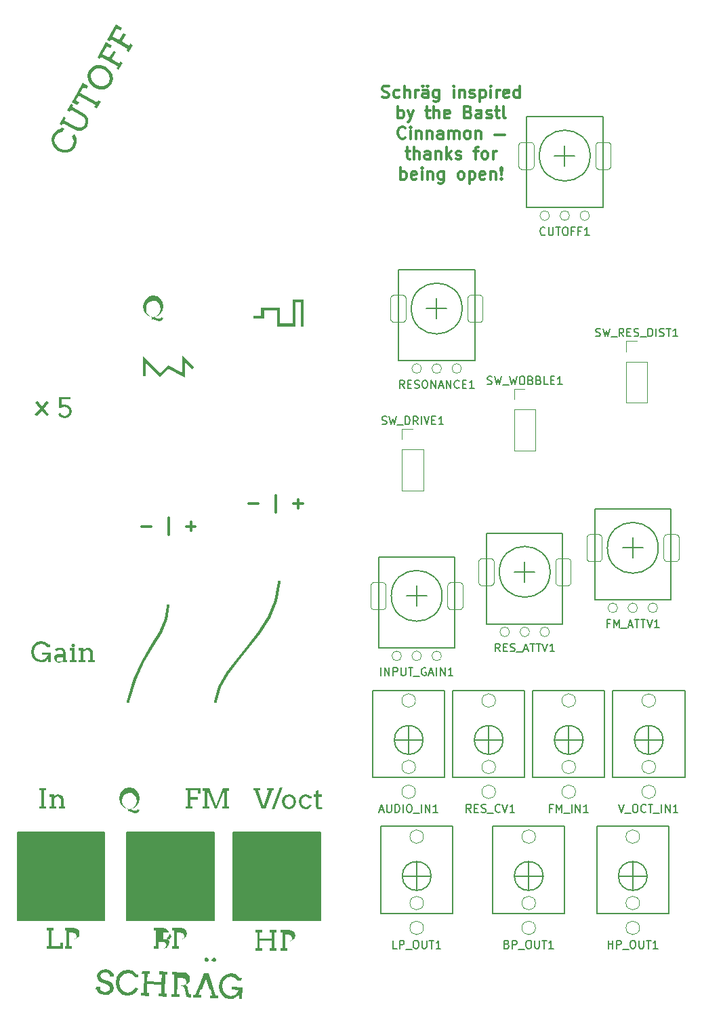
<source format=gto>
G04 #@! TF.GenerationSoftware,KiCad,Pcbnew,(5.0.1-3-g963ef8bb5)*
G04 #@! TF.CreationDate,2021-05-28T19:59:00+02:00*
G04 #@! TF.ProjectId,Schraeg,536368726165672E6B696361645F7063,rev?*
G04 #@! TF.SameCoordinates,Original*
G04 #@! TF.FileFunction,Legend,Top*
G04 #@! TF.FilePolarity,Positive*
%FSLAX46Y46*%
G04 Gerber Fmt 4.6, Leading zero omitted, Abs format (unit mm)*
G04 Created by KiCad (PCBNEW (5.0.1-3-g963ef8bb5)) date Friday, 28 May 2021 at 19:59:00*
%MOMM*%
%LPD*%
G01*
G04 APERTURE LIST*
%ADD10C,0.300000*%
%ADD11C,0.150000*%
%ADD12C,0.100000*%
%ADD13C,0.120000*%
G04 APERTURE END LIST*
D10*
X46692857Y-12707142D02*
X46907142Y-12778571D01*
X47264285Y-12778571D01*
X47407142Y-12707142D01*
X47478571Y-12635714D01*
X47550000Y-12492857D01*
X47550000Y-12350000D01*
X47478571Y-12207142D01*
X47407142Y-12135714D01*
X47264285Y-12064285D01*
X46978571Y-11992857D01*
X46835714Y-11921428D01*
X46764285Y-11850000D01*
X46692857Y-11707142D01*
X46692857Y-11564285D01*
X46764285Y-11421428D01*
X46835714Y-11350000D01*
X46978571Y-11278571D01*
X47335714Y-11278571D01*
X47550000Y-11350000D01*
X48835714Y-12707142D02*
X48692857Y-12778571D01*
X48407142Y-12778571D01*
X48264285Y-12707142D01*
X48192857Y-12635714D01*
X48121428Y-12492857D01*
X48121428Y-12064285D01*
X48192857Y-11921428D01*
X48264285Y-11850000D01*
X48407142Y-11778571D01*
X48692857Y-11778571D01*
X48835714Y-11850000D01*
X49478571Y-12778571D02*
X49478571Y-11278571D01*
X50121428Y-12778571D02*
X50121428Y-11992857D01*
X50050000Y-11850000D01*
X49907142Y-11778571D01*
X49692857Y-11778571D01*
X49550000Y-11850000D01*
X49478571Y-11921428D01*
X50835714Y-12778571D02*
X50835714Y-11778571D01*
X50835714Y-12064285D02*
X50907142Y-11921428D01*
X50978571Y-11850000D01*
X51121428Y-11778571D01*
X51264285Y-11778571D01*
X52407142Y-12778571D02*
X52407142Y-11992857D01*
X52335714Y-11850000D01*
X52192857Y-11778571D01*
X51907142Y-11778571D01*
X51764285Y-11850000D01*
X52407142Y-12707142D02*
X52264285Y-12778571D01*
X51907142Y-12778571D01*
X51764285Y-12707142D01*
X51692857Y-12564285D01*
X51692857Y-12421428D01*
X51764285Y-12278571D01*
X51907142Y-12207142D01*
X52264285Y-12207142D01*
X52407142Y-12135714D01*
X51764285Y-11278571D02*
X51835714Y-11350000D01*
X51764285Y-11421428D01*
X51692857Y-11350000D01*
X51764285Y-11278571D01*
X51764285Y-11421428D01*
X52335714Y-11278571D02*
X52407142Y-11350000D01*
X52335714Y-11421428D01*
X52264285Y-11350000D01*
X52335714Y-11278571D01*
X52335714Y-11421428D01*
X53764285Y-11778571D02*
X53764285Y-12992857D01*
X53692857Y-13135714D01*
X53621428Y-13207142D01*
X53478571Y-13278571D01*
X53264285Y-13278571D01*
X53121428Y-13207142D01*
X53764285Y-12707142D02*
X53621428Y-12778571D01*
X53335714Y-12778571D01*
X53192857Y-12707142D01*
X53121428Y-12635714D01*
X53050000Y-12492857D01*
X53050000Y-12064285D01*
X53121428Y-11921428D01*
X53192857Y-11850000D01*
X53335714Y-11778571D01*
X53621428Y-11778571D01*
X53764285Y-11850000D01*
X55621428Y-12778571D02*
X55621428Y-11778571D01*
X55621428Y-11278571D02*
X55550000Y-11350000D01*
X55621428Y-11421428D01*
X55692857Y-11350000D01*
X55621428Y-11278571D01*
X55621428Y-11421428D01*
X56335714Y-11778571D02*
X56335714Y-12778571D01*
X56335714Y-11921428D02*
X56407142Y-11850000D01*
X56550000Y-11778571D01*
X56764285Y-11778571D01*
X56907142Y-11850000D01*
X56978571Y-11992857D01*
X56978571Y-12778571D01*
X57621428Y-12707142D02*
X57764285Y-12778571D01*
X58050000Y-12778571D01*
X58192857Y-12707142D01*
X58264285Y-12564285D01*
X58264285Y-12492857D01*
X58192857Y-12350000D01*
X58050000Y-12278571D01*
X57835714Y-12278571D01*
X57692857Y-12207142D01*
X57621428Y-12064285D01*
X57621428Y-11992857D01*
X57692857Y-11850000D01*
X57835714Y-11778571D01*
X58050000Y-11778571D01*
X58192857Y-11850000D01*
X58907142Y-11778571D02*
X58907142Y-13278571D01*
X58907142Y-11850000D02*
X59050000Y-11778571D01*
X59335714Y-11778571D01*
X59478571Y-11850000D01*
X59550000Y-11921428D01*
X59621428Y-12064285D01*
X59621428Y-12492857D01*
X59550000Y-12635714D01*
X59478571Y-12707142D01*
X59335714Y-12778571D01*
X59050000Y-12778571D01*
X58907142Y-12707142D01*
X60264285Y-12778571D02*
X60264285Y-11778571D01*
X60264285Y-11278571D02*
X60192857Y-11350000D01*
X60264285Y-11421428D01*
X60335714Y-11350000D01*
X60264285Y-11278571D01*
X60264285Y-11421428D01*
X60978571Y-12778571D02*
X60978571Y-11778571D01*
X60978571Y-12064285D02*
X61050000Y-11921428D01*
X61121428Y-11850000D01*
X61264285Y-11778571D01*
X61407142Y-11778571D01*
X62478571Y-12707142D02*
X62335714Y-12778571D01*
X62050000Y-12778571D01*
X61907142Y-12707142D01*
X61835714Y-12564285D01*
X61835714Y-11992857D01*
X61907142Y-11850000D01*
X62050000Y-11778571D01*
X62335714Y-11778571D01*
X62478571Y-11850000D01*
X62550000Y-11992857D01*
X62550000Y-12135714D01*
X61835714Y-12278571D01*
X63835714Y-12778571D02*
X63835714Y-11278571D01*
X63835714Y-12707142D02*
X63692857Y-12778571D01*
X63407142Y-12778571D01*
X63264285Y-12707142D01*
X63192857Y-12635714D01*
X63121428Y-12492857D01*
X63121428Y-12064285D01*
X63192857Y-11921428D01*
X63264285Y-11850000D01*
X63407142Y-11778571D01*
X63692857Y-11778571D01*
X63835714Y-11850000D01*
X48657142Y-15328571D02*
X48657142Y-13828571D01*
X48657142Y-14400000D02*
X48800000Y-14328571D01*
X49085714Y-14328571D01*
X49228571Y-14400000D01*
X49300000Y-14471428D01*
X49371428Y-14614285D01*
X49371428Y-15042857D01*
X49300000Y-15185714D01*
X49228571Y-15257142D01*
X49085714Y-15328571D01*
X48800000Y-15328571D01*
X48657142Y-15257142D01*
X49871428Y-14328571D02*
X50228571Y-15328571D01*
X50585714Y-14328571D02*
X50228571Y-15328571D01*
X50085714Y-15685714D01*
X50014285Y-15757142D01*
X49871428Y-15828571D01*
X52085714Y-14328571D02*
X52657142Y-14328571D01*
X52300000Y-13828571D02*
X52300000Y-15114285D01*
X52371428Y-15257142D01*
X52514285Y-15328571D01*
X52657142Y-15328571D01*
X53157142Y-15328571D02*
X53157142Y-13828571D01*
X53800000Y-15328571D02*
X53800000Y-14542857D01*
X53728571Y-14400000D01*
X53585714Y-14328571D01*
X53371428Y-14328571D01*
X53228571Y-14400000D01*
X53157142Y-14471428D01*
X55085714Y-15257142D02*
X54942857Y-15328571D01*
X54657142Y-15328571D01*
X54514285Y-15257142D01*
X54442857Y-15114285D01*
X54442857Y-14542857D01*
X54514285Y-14400000D01*
X54657142Y-14328571D01*
X54942857Y-14328571D01*
X55085714Y-14400000D01*
X55157142Y-14542857D01*
X55157142Y-14685714D01*
X54442857Y-14828571D01*
X57442857Y-14542857D02*
X57657142Y-14614285D01*
X57728571Y-14685714D01*
X57800000Y-14828571D01*
X57800000Y-15042857D01*
X57728571Y-15185714D01*
X57657142Y-15257142D01*
X57514285Y-15328571D01*
X56942857Y-15328571D01*
X56942857Y-13828571D01*
X57442857Y-13828571D01*
X57585714Y-13900000D01*
X57657142Y-13971428D01*
X57728571Y-14114285D01*
X57728571Y-14257142D01*
X57657142Y-14400000D01*
X57585714Y-14471428D01*
X57442857Y-14542857D01*
X56942857Y-14542857D01*
X59085714Y-15328571D02*
X59085714Y-14542857D01*
X59014285Y-14400000D01*
X58871428Y-14328571D01*
X58585714Y-14328571D01*
X58442857Y-14400000D01*
X59085714Y-15257142D02*
X58942857Y-15328571D01*
X58585714Y-15328571D01*
X58442857Y-15257142D01*
X58371428Y-15114285D01*
X58371428Y-14971428D01*
X58442857Y-14828571D01*
X58585714Y-14757142D01*
X58942857Y-14757142D01*
X59085714Y-14685714D01*
X59728571Y-15257142D02*
X59871428Y-15328571D01*
X60157142Y-15328571D01*
X60300000Y-15257142D01*
X60371428Y-15114285D01*
X60371428Y-15042857D01*
X60300000Y-14900000D01*
X60157142Y-14828571D01*
X59942857Y-14828571D01*
X59800000Y-14757142D01*
X59728571Y-14614285D01*
X59728571Y-14542857D01*
X59800000Y-14400000D01*
X59942857Y-14328571D01*
X60157142Y-14328571D01*
X60300000Y-14400000D01*
X60800000Y-14328571D02*
X61371428Y-14328571D01*
X61014285Y-13828571D02*
X61014285Y-15114285D01*
X61085714Y-15257142D01*
X61228571Y-15328571D01*
X61371428Y-15328571D01*
X62085714Y-15328571D02*
X61942857Y-15257142D01*
X61871428Y-15114285D01*
X61871428Y-13828571D01*
X49585714Y-17735714D02*
X49514285Y-17807142D01*
X49300000Y-17878571D01*
X49157142Y-17878571D01*
X48942857Y-17807142D01*
X48800000Y-17664285D01*
X48728571Y-17521428D01*
X48657142Y-17235714D01*
X48657142Y-17021428D01*
X48728571Y-16735714D01*
X48800000Y-16592857D01*
X48942857Y-16450000D01*
X49157142Y-16378571D01*
X49300000Y-16378571D01*
X49514285Y-16450000D01*
X49585714Y-16521428D01*
X50228571Y-17878571D02*
X50228571Y-16878571D01*
X50228571Y-16378571D02*
X50157142Y-16450000D01*
X50228571Y-16521428D01*
X50300000Y-16450000D01*
X50228571Y-16378571D01*
X50228571Y-16521428D01*
X50942857Y-16878571D02*
X50942857Y-17878571D01*
X50942857Y-17021428D02*
X51014285Y-16950000D01*
X51157142Y-16878571D01*
X51371428Y-16878571D01*
X51514285Y-16950000D01*
X51585714Y-17092857D01*
X51585714Y-17878571D01*
X52300000Y-16878571D02*
X52300000Y-17878571D01*
X52300000Y-17021428D02*
X52371428Y-16950000D01*
X52514285Y-16878571D01*
X52728571Y-16878571D01*
X52871428Y-16950000D01*
X52942857Y-17092857D01*
X52942857Y-17878571D01*
X54300000Y-17878571D02*
X54300000Y-17092857D01*
X54228571Y-16950000D01*
X54085714Y-16878571D01*
X53800000Y-16878571D01*
X53657142Y-16950000D01*
X54300000Y-17807142D02*
X54157142Y-17878571D01*
X53800000Y-17878571D01*
X53657142Y-17807142D01*
X53585714Y-17664285D01*
X53585714Y-17521428D01*
X53657142Y-17378571D01*
X53800000Y-17307142D01*
X54157142Y-17307142D01*
X54300000Y-17235714D01*
X55014285Y-17878571D02*
X55014285Y-16878571D01*
X55014285Y-17021428D02*
X55085714Y-16950000D01*
X55228571Y-16878571D01*
X55442857Y-16878571D01*
X55585714Y-16950000D01*
X55657142Y-17092857D01*
X55657142Y-17878571D01*
X55657142Y-17092857D02*
X55728571Y-16950000D01*
X55871428Y-16878571D01*
X56085714Y-16878571D01*
X56228571Y-16950000D01*
X56300000Y-17092857D01*
X56300000Y-17878571D01*
X57228571Y-17878571D02*
X57085714Y-17807142D01*
X57014285Y-17735714D01*
X56942857Y-17592857D01*
X56942857Y-17164285D01*
X57014285Y-17021428D01*
X57085714Y-16950000D01*
X57228571Y-16878571D01*
X57442857Y-16878571D01*
X57585714Y-16950000D01*
X57657142Y-17021428D01*
X57728571Y-17164285D01*
X57728571Y-17592857D01*
X57657142Y-17735714D01*
X57585714Y-17807142D01*
X57442857Y-17878571D01*
X57228571Y-17878571D01*
X58371428Y-16878571D02*
X58371428Y-17878571D01*
X58371428Y-17021428D02*
X58442857Y-16950000D01*
X58585714Y-16878571D01*
X58800000Y-16878571D01*
X58942857Y-16950000D01*
X59014285Y-17092857D01*
X59014285Y-17878571D01*
X60728571Y-17378571D02*
X62014285Y-17378571D01*
X49621428Y-19428571D02*
X50192857Y-19428571D01*
X49835714Y-18928571D02*
X49835714Y-20214285D01*
X49907142Y-20357142D01*
X50050000Y-20428571D01*
X50192857Y-20428571D01*
X50692857Y-20428571D02*
X50692857Y-18928571D01*
X51335714Y-20428571D02*
X51335714Y-19642857D01*
X51264285Y-19500000D01*
X51121428Y-19428571D01*
X50907142Y-19428571D01*
X50764285Y-19500000D01*
X50692857Y-19571428D01*
X52692857Y-20428571D02*
X52692857Y-19642857D01*
X52621428Y-19500000D01*
X52478571Y-19428571D01*
X52192857Y-19428571D01*
X52050000Y-19500000D01*
X52692857Y-20357142D02*
X52550000Y-20428571D01*
X52192857Y-20428571D01*
X52050000Y-20357142D01*
X51978571Y-20214285D01*
X51978571Y-20071428D01*
X52050000Y-19928571D01*
X52192857Y-19857142D01*
X52550000Y-19857142D01*
X52692857Y-19785714D01*
X53407142Y-19428571D02*
X53407142Y-20428571D01*
X53407142Y-19571428D02*
X53478571Y-19500000D01*
X53621428Y-19428571D01*
X53835714Y-19428571D01*
X53978571Y-19500000D01*
X54050000Y-19642857D01*
X54050000Y-20428571D01*
X54764285Y-20428571D02*
X54764285Y-18928571D01*
X54907142Y-19857142D02*
X55335714Y-20428571D01*
X55335714Y-19428571D02*
X54764285Y-20000000D01*
X55907142Y-20357142D02*
X56050000Y-20428571D01*
X56335714Y-20428571D01*
X56478571Y-20357142D01*
X56550000Y-20214285D01*
X56550000Y-20142857D01*
X56478571Y-20000000D01*
X56335714Y-19928571D01*
X56121428Y-19928571D01*
X55978571Y-19857142D01*
X55907142Y-19714285D01*
X55907142Y-19642857D01*
X55978571Y-19500000D01*
X56121428Y-19428571D01*
X56335714Y-19428571D01*
X56478571Y-19500000D01*
X58121428Y-19428571D02*
X58692857Y-19428571D01*
X58335714Y-20428571D02*
X58335714Y-19142857D01*
X58407142Y-19000000D01*
X58550000Y-18928571D01*
X58692857Y-18928571D01*
X59407142Y-20428571D02*
X59264285Y-20357142D01*
X59192857Y-20285714D01*
X59121428Y-20142857D01*
X59121428Y-19714285D01*
X59192857Y-19571428D01*
X59264285Y-19500000D01*
X59407142Y-19428571D01*
X59621428Y-19428571D01*
X59764285Y-19500000D01*
X59835714Y-19571428D01*
X59907142Y-19714285D01*
X59907142Y-20142857D01*
X59835714Y-20285714D01*
X59764285Y-20357142D01*
X59621428Y-20428571D01*
X59407142Y-20428571D01*
X60550000Y-20428571D02*
X60550000Y-19428571D01*
X60550000Y-19714285D02*
X60621428Y-19571428D01*
X60692857Y-19500000D01*
X60835714Y-19428571D01*
X60978571Y-19428571D01*
X49014285Y-22978571D02*
X49014285Y-21478571D01*
X49014285Y-22050000D02*
X49157142Y-21978571D01*
X49442857Y-21978571D01*
X49585714Y-22050000D01*
X49657142Y-22121428D01*
X49728571Y-22264285D01*
X49728571Y-22692857D01*
X49657142Y-22835714D01*
X49585714Y-22907142D01*
X49442857Y-22978571D01*
X49157142Y-22978571D01*
X49014285Y-22907142D01*
X50942857Y-22907142D02*
X50800000Y-22978571D01*
X50514285Y-22978571D01*
X50371428Y-22907142D01*
X50300000Y-22764285D01*
X50300000Y-22192857D01*
X50371428Y-22050000D01*
X50514285Y-21978571D01*
X50800000Y-21978571D01*
X50942857Y-22050000D01*
X51014285Y-22192857D01*
X51014285Y-22335714D01*
X50300000Y-22478571D01*
X51657142Y-22978571D02*
X51657142Y-21978571D01*
X51657142Y-21478571D02*
X51585714Y-21550000D01*
X51657142Y-21621428D01*
X51728571Y-21550000D01*
X51657142Y-21478571D01*
X51657142Y-21621428D01*
X52371428Y-21978571D02*
X52371428Y-22978571D01*
X52371428Y-22121428D02*
X52442857Y-22050000D01*
X52585714Y-21978571D01*
X52800000Y-21978571D01*
X52942857Y-22050000D01*
X53014285Y-22192857D01*
X53014285Y-22978571D01*
X54371428Y-21978571D02*
X54371428Y-23192857D01*
X54300000Y-23335714D01*
X54228571Y-23407142D01*
X54085714Y-23478571D01*
X53871428Y-23478571D01*
X53728571Y-23407142D01*
X54371428Y-22907142D02*
X54228571Y-22978571D01*
X53942857Y-22978571D01*
X53800000Y-22907142D01*
X53728571Y-22835714D01*
X53657142Y-22692857D01*
X53657142Y-22264285D01*
X53728571Y-22121428D01*
X53800000Y-22050000D01*
X53942857Y-21978571D01*
X54228571Y-21978571D01*
X54371428Y-22050000D01*
X56442857Y-22978571D02*
X56300000Y-22907142D01*
X56228571Y-22835714D01*
X56157142Y-22692857D01*
X56157142Y-22264285D01*
X56228571Y-22121428D01*
X56300000Y-22050000D01*
X56442857Y-21978571D01*
X56657142Y-21978571D01*
X56800000Y-22050000D01*
X56871428Y-22121428D01*
X56942857Y-22264285D01*
X56942857Y-22692857D01*
X56871428Y-22835714D01*
X56800000Y-22907142D01*
X56657142Y-22978571D01*
X56442857Y-22978571D01*
X57585714Y-21978571D02*
X57585714Y-23478571D01*
X57585714Y-22050000D02*
X57728571Y-21978571D01*
X58014285Y-21978571D01*
X58157142Y-22050000D01*
X58228571Y-22121428D01*
X58300000Y-22264285D01*
X58300000Y-22692857D01*
X58228571Y-22835714D01*
X58157142Y-22907142D01*
X58014285Y-22978571D01*
X57728571Y-22978571D01*
X57585714Y-22907142D01*
X59514285Y-22907142D02*
X59371428Y-22978571D01*
X59085714Y-22978571D01*
X58942857Y-22907142D01*
X58871428Y-22764285D01*
X58871428Y-22192857D01*
X58942857Y-22050000D01*
X59085714Y-21978571D01*
X59371428Y-21978571D01*
X59514285Y-22050000D01*
X59585714Y-22192857D01*
X59585714Y-22335714D01*
X58871428Y-22478571D01*
X60228571Y-21978571D02*
X60228571Y-22978571D01*
X60228571Y-22121428D02*
X60300000Y-22050000D01*
X60442857Y-21978571D01*
X60657142Y-21978571D01*
X60800000Y-22050000D01*
X60871428Y-22192857D01*
X60871428Y-22978571D01*
X61585714Y-22835714D02*
X61657142Y-22907142D01*
X61585714Y-22978571D01*
X61514285Y-22907142D01*
X61585714Y-22835714D01*
X61585714Y-22978571D01*
X61585714Y-22407142D02*
X61514285Y-21550000D01*
X61585714Y-21478571D01*
X61657142Y-21550000D01*
X61585714Y-22407142D01*
X61585714Y-21478571D01*
D11*
G36*
X28100000Y-104500000D02*
X39000000Y-104500000D01*
X39000000Y-115500000D01*
X28100000Y-115500000D01*
X28100000Y-104500000D01*
G37*
X28100000Y-104500000D02*
X39000000Y-104500000D01*
X39000000Y-115500000D01*
X28100000Y-115500000D01*
X28100000Y-104500000D01*
G36*
X14800000Y-104500000D02*
X25700000Y-104500000D01*
X25700000Y-115500000D01*
X14800000Y-115500000D01*
X14800000Y-104500000D01*
G37*
X14800000Y-104500000D02*
X25700000Y-104500000D01*
X25700000Y-115500000D01*
X14800000Y-115500000D01*
X14800000Y-104500000D01*
G36*
X1100000Y-104500000D02*
X12000000Y-104500000D01*
X12000000Y-115500000D01*
X1100000Y-115500000D01*
X1100000Y-104500000D01*
G37*
X1100000Y-104500000D02*
X12000000Y-104500000D01*
X12000000Y-115500000D01*
X1100000Y-115500000D01*
X1100000Y-104500000D01*
D10*
X30042857Y-63507142D02*
X31185714Y-63507142D01*
X33399999Y-64578571D02*
X33399999Y-62435714D01*
X35614285Y-63507142D02*
X36757142Y-63507142D01*
X36185714Y-64078571D02*
X36185714Y-62935714D01*
X16642857Y-66307142D02*
X17785714Y-66307142D01*
X20000000Y-67378571D02*
X20000000Y-65235714D01*
X22214285Y-66307142D02*
X23357142Y-66307142D01*
X22785714Y-66878571D02*
X22785714Y-65735714D01*
D11*
G04 #@! TO.C,FM_ATTV1*
X76730000Y-69000000D02*
X79270000Y-69000000D01*
X78000000Y-67730000D02*
X78000000Y-70270000D01*
X81175000Y-69000000D02*
G75*
G03X81175000Y-69000000I-3175000J0D01*
G01*
X73250000Y-64150000D02*
X73250000Y-75500000D01*
X82750000Y-64150000D02*
X82750000Y-75500000D01*
X73250000Y-75500000D02*
X82750000Y-75500000D01*
X73250000Y-64150000D02*
X82750000Y-64150000D01*
G04 #@! TO.C,CUTOFF1*
X68230000Y-20000000D02*
X70770000Y-20000000D01*
X69500000Y-18730000D02*
X69500000Y-21270000D01*
X72675000Y-20000000D02*
G75*
G03X72675000Y-20000000I-3175000J0D01*
G01*
X64750000Y-15150000D02*
X64750000Y-26500000D01*
X74250000Y-15150000D02*
X74250000Y-26500000D01*
X64750000Y-26500000D02*
X74250000Y-26500000D01*
X64750000Y-15150000D02*
X74250000Y-15150000D01*
G04 #@! TO.C,INPUT_GAIN1*
X49730000Y-75000000D02*
X52270000Y-75000000D01*
X51000000Y-73730000D02*
X51000000Y-76270000D01*
X54175000Y-75000000D02*
G75*
G03X54175000Y-75000000I-3175000J0D01*
G01*
X46250000Y-70150000D02*
X46250000Y-81500000D01*
X55750000Y-70150000D02*
X55750000Y-81500000D01*
X46250000Y-81500000D02*
X55750000Y-81500000D01*
X46250000Y-70150000D02*
X55750000Y-70150000D01*
G04 #@! TO.C,RES_ATTV1*
X63230000Y-72000000D02*
X65770000Y-72000000D01*
X64500000Y-70730000D02*
X64500000Y-73270000D01*
X67675000Y-72000000D02*
G75*
G03X67675000Y-72000000I-3175000J0D01*
G01*
X59750000Y-67150000D02*
X59750000Y-78500000D01*
X69250000Y-67150000D02*
X69250000Y-78500000D01*
X59750000Y-78500000D02*
X69250000Y-78500000D01*
X59750000Y-67150000D02*
X69250000Y-67150000D01*
G04 #@! TO.C,RESONANCE1*
X52230000Y-39100000D02*
X54770000Y-39100000D01*
X53500000Y-37830000D02*
X53500000Y-40370000D01*
X56675000Y-39100000D02*
G75*
G03X56675000Y-39100000I-3175000J0D01*
G01*
X48750000Y-34250000D02*
X48750000Y-45600000D01*
X58250000Y-34250000D02*
X58250000Y-45600000D01*
X48750000Y-45600000D02*
X58250000Y-45600000D01*
X48750000Y-34250000D02*
X58250000Y-34250000D01*
D12*
G04 #@! TO.C,svg2mod*
G36*
X17910729Y-40174293D02*
X18083179Y-40172633D01*
X18451189Y-40088933D01*
X18732109Y-39864363D01*
X18911419Y-39537333D01*
X18974619Y-39144563D01*
X18905419Y-38737263D01*
X18711599Y-38403403D01*
X18428119Y-38190793D01*
X18083159Y-38116493D01*
X17714289Y-38200193D01*
X17432509Y-38424753D01*
X17253199Y-38752643D01*
X17189999Y-39144563D01*
X17259199Y-39566373D01*
X17442779Y-39879733D01*
X17727119Y-40088933D01*
X18083179Y-40172633D01*
X17910729Y-40174293D01*
X17474399Y-40025723D01*
X17136269Y-39731133D01*
X16918539Y-39323843D01*
X16841639Y-38838853D01*
X16933039Y-38312873D01*
X17189199Y-37885083D01*
X17581979Y-37598193D01*
X18083199Y-37493163D01*
X18586969Y-37598193D01*
X18979749Y-37885083D01*
X19234199Y-38312873D01*
X19324699Y-38838853D01*
X19245299Y-39328113D01*
X19022439Y-39736263D01*
X18679189Y-40030843D01*
X18238599Y-40175993D01*
X18416199Y-40244293D01*
X18583560Y-40333993D01*
X18785069Y-40384393D01*
X18958399Y-40335693D01*
X19058299Y-40186263D01*
X19317869Y-40304103D01*
X19241869Y-40472303D01*
X19112079Y-40593553D01*
X18952409Y-40666153D01*
X18785049Y-40690053D01*
X18538280Y-40642253D01*
X18296639Y-40526123D01*
X18054139Y-40457823D01*
X17910699Y-40480023D01*
X17910729Y-40174293D01*
X17910729Y-40174293D01*
G37*
G36*
X12341419Y-5524085D02*
X13432539Y-3606987D01*
X14196599Y-4041848D01*
X13990629Y-4403731D01*
X13534689Y-4144234D01*
X12991139Y-5099252D01*
X13858489Y-5592906D01*
X14381949Y-4673193D01*
X14681159Y-4843489D01*
X14157699Y-5763202D01*
X15076699Y-6286252D01*
X15229419Y-6017929D01*
X15535749Y-6192279D01*
X15041429Y-7060799D01*
X14735099Y-6886449D01*
X14879779Y-6632248D01*
X12794219Y-5445248D01*
X12649539Y-5699449D01*
X12341419Y-5524085D01*
X12341419Y-5524085D01*
G37*
G36*
X11088539Y-7725394D02*
X12179659Y-5808296D01*
X12943719Y-6243157D01*
X12737749Y-6605040D01*
X12281809Y-6345543D01*
X11738259Y-7300561D01*
X12605609Y-7794216D01*
X13129069Y-6874503D01*
X13428279Y-7044798D01*
X12904819Y-7964511D01*
X13823819Y-8487561D01*
X13976539Y-8219238D01*
X14282869Y-8393588D01*
X13788549Y-9262108D01*
X13482219Y-9087758D01*
X13626899Y-8833557D01*
X11541339Y-7646557D01*
X11396659Y-7900758D01*
X11088539Y-7725394D01*
X11088539Y-7725394D01*
G37*
G36*
X12865399Y-11008374D02*
X12534149Y-10819836D01*
X12663399Y-10389748D01*
X12594499Y-9966062D01*
X12358930Y-9586591D01*
X11986479Y-9288133D01*
X11519229Y-9116854D01*
X11057509Y-9118154D01*
X10668269Y-9290417D01*
X10389849Y-9599380D01*
X10260099Y-10030350D01*
X10328499Y-10454919D01*
X10564959Y-10834897D01*
X10936529Y-11132848D01*
X11422079Y-11313381D01*
X11855239Y-11306381D01*
X12233389Y-11145330D01*
X12534159Y-10819877D01*
X12534149Y-10819836D01*
X12865399Y-11008374D01*
X12472860Y-11455711D01*
X11943229Y-11696482D01*
X11331559Y-11710602D01*
X10731539Y-11492967D01*
X10236739Y-11086316D01*
X9941309Y-10567601D01*
X9873209Y-9991290D01*
X10058559Y-9410839D01*
X10464479Y-8952420D01*
X10994779Y-8716701D01*
X11590619Y-8707601D01*
X12192419Y-8926249D01*
X12686329Y-9332394D01*
X12981769Y-9851109D01*
X13050769Y-10427926D01*
X12865419Y-11008378D01*
X12865399Y-11008374D01*
X12865399Y-11008374D01*
G37*
G36*
X10717239Y-13945819D02*
X10856899Y-13700445D01*
X8755310Y-12504322D01*
X8407679Y-13115110D01*
X8827996Y-13354335D01*
X8622030Y-13716218D01*
X7909627Y-13310753D01*
X8588814Y-12117420D01*
X9268001Y-10924088D01*
X9980399Y-11329554D01*
X9774439Y-11691437D01*
X9354120Y-11452213D01*
X8952234Y-12158326D01*
X11053819Y-13354449D01*
X11210559Y-13079065D01*
X11516889Y-13253415D01*
X11023579Y-14120169D01*
X10717239Y-13945819D01*
X10717239Y-13945819D01*
G37*
G36*
X6365381Y-16023994D02*
X6858696Y-15157239D01*
X7166810Y-15332603D01*
X7011079Y-15606222D01*
X8268470Y-16321869D01*
X8682693Y-16491016D01*
X9022092Y-16499516D01*
X9289591Y-16371309D01*
X9489119Y-16128459D01*
X9606899Y-15826230D01*
X9592999Y-15529659D01*
X9415135Y-15241454D01*
X9042152Y-14962563D01*
X7784761Y-14246916D01*
X7619987Y-14536423D01*
X7311873Y-14361059D01*
X7805188Y-13494304D01*
X8113302Y-13669668D01*
X7977666Y-13907982D01*
X9195875Y-14601328D01*
X9668429Y-14976624D01*
X9922699Y-15412312D01*
X9968199Y-15872938D01*
X9816369Y-16324061D01*
X9512439Y-16675767D01*
X9099836Y-16866286D01*
X8607701Y-16871286D01*
X8063419Y-16665508D01*
X6813152Y-15953917D01*
X6673497Y-16199291D01*
X6365381Y-16023994D01*
X6365381Y-16023994D01*
G37*
G36*
X6729148Y-17042013D02*
X6232011Y-17173905D01*
X5868583Y-17543159D01*
X5742853Y-17967069D01*
X5811783Y-18390755D01*
X6044953Y-18772367D01*
X6413734Y-19071070D01*
X6903856Y-19251865D01*
X7338015Y-19243065D01*
X7714774Y-19082391D01*
X8011138Y-18762609D01*
X8151187Y-18199611D01*
X7904207Y-17591618D01*
X8228860Y-17365062D01*
X8470592Y-17804132D01*
X8533562Y-18364652D01*
X8346201Y-18948633D01*
X7955668Y-19392440D01*
X7426539Y-19632328D01*
X6814871Y-19646448D01*
X6210787Y-19427669D01*
X5719551Y-19023045D01*
X5424116Y-18504330D01*
X5355996Y-17928019D01*
X5537329Y-17354629D01*
X5848810Y-16971000D01*
X6188533Y-16763539D01*
X6521656Y-16669179D01*
X6628155Y-16482059D01*
X6945174Y-16662491D01*
X6729148Y-17042013D01*
X6729148Y-17042013D01*
G37*
G36*
X33640930Y-73134903D02*
X33630930Y-73308733D01*
X33231141Y-75588413D01*
X32366208Y-77627627D01*
X31182464Y-79486396D01*
X29826240Y-81224743D01*
X28444345Y-82901353D01*
X27191118Y-84576011D01*
X26224202Y-86310387D01*
X25701240Y-88166153D01*
X25679740Y-88339983D01*
X26025440Y-88384883D01*
X26048840Y-88211053D01*
X26550466Y-86447008D01*
X27489592Y-84768997D01*
X28720059Y-83121096D01*
X30095710Y-81447383D01*
X31466900Y-79689901D01*
X32676427Y-77789266D01*
X33566787Y-75687417D01*
X33980480Y-73326293D01*
X33990480Y-73150513D01*
X33640930Y-73134903D01*
X33640930Y-73134903D01*
G37*
G36*
X20094059Y-76109513D02*
X19746399Y-76123213D01*
X19752399Y-76298993D01*
X19524147Y-77885824D01*
X18823542Y-79435542D01*
X17818809Y-81095873D01*
X16687033Y-83009478D01*
X15618063Y-85315072D01*
X14799279Y-88154463D01*
X14764079Y-88326343D01*
X15107829Y-88394743D01*
X15141029Y-88222863D01*
X15943365Y-85439600D01*
X16993878Y-83176322D01*
X18115639Y-81281453D01*
X19134152Y-79600595D01*
X19861797Y-77983614D01*
X20101969Y-76285363D01*
X20094059Y-76109513D01*
X20094059Y-76109513D01*
G37*
G36*
X28784599Y-125379853D02*
X28805700Y-124757233D01*
X28601599Y-125032263D01*
X28334810Y-125221103D01*
X28024670Y-125327493D01*
X27692590Y-125355193D01*
X27136880Y-125234903D01*
X26683900Y-124896643D01*
X26384180Y-124361593D01*
X26295980Y-123725023D01*
X26426740Y-123102013D01*
X26751350Y-122598333D01*
X27234040Y-122270183D01*
X27831190Y-122165303D01*
X28335260Y-122266413D01*
X28690880Y-122482463D01*
X28923809Y-122718963D01*
X29122470Y-122725963D01*
X29110170Y-123090533D01*
X28669830Y-123075633D01*
X28318760Y-122694673D01*
X27816290Y-122546453D01*
X27380750Y-122632253D01*
X27034700Y-122891203D01*
X26803340Y-123275013D01*
X26709740Y-123739343D01*
X26778640Y-124248133D01*
X26984980Y-124634443D01*
X27305560Y-124886213D01*
X27735510Y-124996103D01*
X28387140Y-124826423D01*
X28759600Y-124241313D01*
X27891210Y-124211913D01*
X27903110Y-123859643D01*
X29215940Y-123904043D01*
X29165540Y-125393013D01*
X28784599Y-125379853D01*
X28784599Y-125379853D01*
G37*
G36*
X25196370Y-124893523D02*
X24154790Y-124165253D01*
X25113290Y-124197653D01*
X24676910Y-122792693D01*
X24154790Y-124165253D01*
X25196370Y-124893523D01*
X25454430Y-124902523D01*
X25232490Y-124189663D01*
X24038450Y-124149263D01*
X23774990Y-124845703D01*
X24094490Y-124856503D01*
X24082590Y-125208783D01*
X23074930Y-125174683D01*
X23086830Y-124822413D01*
X24476460Y-120413553D01*
X24501360Y-120312903D01*
X24561560Y-120230903D01*
X24647460Y-120176403D01*
X24749570Y-120158303D01*
X24847170Y-120183103D01*
X24927170Y-120243203D01*
X24979670Y-120329003D01*
X24996670Y-120431073D01*
X24972670Y-120534833D01*
X24914470Y-120620033D01*
X24830570Y-120676633D01*
X24731570Y-120694833D01*
X24630920Y-120669933D01*
X24548920Y-120607733D01*
X24494520Y-120518733D01*
X24476520Y-120413553D01*
X24476460Y-120413553D01*
X23086830Y-124822413D01*
X23357180Y-124831413D01*
X23887075Y-123471438D01*
X24416970Y-122111463D01*
X25441490Y-120344703D01*
X25501690Y-120262703D01*
X25587590Y-120208203D01*
X25689700Y-120190103D01*
X25786300Y-120214903D01*
X25866300Y-120275003D01*
X25919800Y-120360903D01*
X25936800Y-120462973D01*
X25912800Y-120566733D01*
X25853500Y-120651833D01*
X25769600Y-120708433D01*
X25671600Y-120726633D01*
X25570940Y-120701733D01*
X25488940Y-120639533D01*
X25434540Y-120550533D01*
X25416540Y-120445353D01*
X25416590Y-120445353D01*
X25441490Y-120344703D01*
X24416970Y-122111463D01*
X25021160Y-122131863D01*
X25456940Y-123524502D01*
X25892720Y-124917133D01*
X26204030Y-124927633D01*
X26192130Y-125279903D01*
X25184470Y-125245803D01*
X25196370Y-124893523D01*
X25196370Y-124893523D01*
G37*
G36*
X20453899Y-121977343D02*
X21126320Y-122709423D01*
X21093320Y-123686363D01*
X21689310Y-123706563D01*
X21904380Y-123683063D01*
X22075440Y-123596563D01*
X22191200Y-123447723D01*
X22238300Y-123237093D01*
X22111220Y-122871923D01*
X21673200Y-122727933D01*
X21126320Y-122709423D01*
X20453899Y-121977343D01*
X21746250Y-122021043D01*
X22126390Y-122088243D01*
X22424100Y-122258243D01*
X22614890Y-122528173D01*
X22674290Y-122893113D01*
X22624490Y-123122103D01*
X22500610Y-123329113D01*
X22317600Y-123496183D01*
X22090410Y-123605373D01*
X22191660Y-123673373D01*
X22286460Y-123779103D01*
X22365760Y-123919163D01*
X22420660Y-124086073D01*
X22569840Y-124767763D01*
X22838140Y-124776763D01*
X22829140Y-125166043D01*
X22224950Y-125145643D01*
X22025450Y-124193643D01*
X21844550Y-123813323D01*
X21493250Y-123681493D01*
X21093880Y-123667993D01*
X21057180Y-124753483D01*
X21368500Y-124763983D01*
X21356600Y-125116253D01*
X20348939Y-125082153D01*
X20360839Y-124729873D01*
X20655770Y-124739873D01*
X20736870Y-122341553D01*
X20441939Y-122331553D01*
X20453899Y-121977343D01*
X20453899Y-121977343D01*
G37*
G36*
X18860479Y-121923453D02*
X19868149Y-121957553D01*
X19856249Y-122309823D01*
X19561320Y-122299823D01*
X19480119Y-124700193D01*
X19775049Y-124710193D01*
X19763149Y-125062473D01*
X18755479Y-125028373D01*
X18767379Y-124676103D01*
X19078689Y-124686603D01*
X19116489Y-123570383D01*
X17320309Y-123509683D01*
X17282609Y-124625893D01*
X17593919Y-124636393D01*
X17582019Y-124988663D01*
X16574360Y-124954563D01*
X16586259Y-124602283D01*
X16881189Y-124612283D01*
X16962389Y-122211913D01*
X16667469Y-122201913D01*
X16679369Y-121849643D01*
X17687029Y-121883743D01*
X17675129Y-122236013D01*
X17363819Y-122225513D01*
X17332019Y-123165593D01*
X19128199Y-123226293D01*
X19159999Y-122286213D01*
X18848689Y-122275713D01*
X18860479Y-121923453D01*
X18860479Y-121923453D01*
G37*
G36*
X15777019Y-122639343D02*
X15425879Y-122260443D01*
X14925519Y-122110243D01*
X14487929Y-122195943D01*
X14141909Y-122453873D01*
X13910559Y-122837683D01*
X13816959Y-123303043D01*
X13885559Y-123821053D01*
X14097219Y-124201393D01*
X14417559Y-124460323D01*
X14842249Y-124574133D01*
X15410769Y-124436503D01*
X15837809Y-123935263D01*
X16192529Y-124117443D01*
X15913879Y-124535533D01*
X15442859Y-124851773D01*
X14833389Y-124957263D01*
X14253739Y-124817713D01*
X13791129Y-124460673D01*
X13491409Y-123925623D01*
X13403209Y-123289053D01*
X13533979Y-122666043D01*
X13858539Y-122163383D01*
X14341239Y-121835233D01*
X14938429Y-121729323D01*
X15427239Y-121826823D01*
X15771969Y-122031223D01*
X16012609Y-122282333D01*
X16229709Y-122289333D01*
X16217409Y-122653893D01*
X15777019Y-122639343D01*
X15777019Y-122639343D01*
G37*
G36*
X12685609Y-122559403D02*
X12629209Y-122286833D01*
X12489499Y-122143713D01*
X12318919Y-122064113D01*
X12131369Y-122032113D01*
X11857759Y-122058713D01*
X11660919Y-122149413D01*
X11540349Y-122288863D01*
X11495649Y-122459583D01*
X11536449Y-122679343D01*
X11653809Y-122816583D01*
X11813959Y-122900983D01*
X11983039Y-122964083D01*
X12392179Y-123113253D01*
X12716329Y-123259543D01*
X12948869Y-123446823D01*
X13087239Y-123690373D01*
X13126839Y-124005433D01*
X13035939Y-124359133D01*
X12806139Y-124636373D01*
X12462820Y-124814433D01*
X12031429Y-124868533D01*
X11623639Y-124800433D01*
X11342849Y-124645353D01*
X11164529Y-124431203D01*
X11064079Y-124187903D01*
X10908429Y-124182903D01*
X10920329Y-123830633D01*
X11436449Y-123848033D01*
X11473749Y-124171213D01*
X11602599Y-124332423D01*
X11804219Y-124433563D01*
X12065299Y-124474163D01*
X12317299Y-124449863D01*
X12511000Y-124361063D01*
X12636959Y-124213583D01*
X12685759Y-124013273D01*
X12640659Y-123799523D01*
X12511529Y-123646503D01*
X12335719Y-123540083D01*
X12150599Y-123466183D01*
X11706369Y-123324043D01*
X11440919Y-123200233D01*
X11237759Y-123023173D01*
X11111539Y-122784133D01*
X11074939Y-122472253D01*
X11155839Y-122140763D01*
X11369859Y-121875303D01*
X11706829Y-121703183D01*
X12156589Y-121651783D01*
X12461460Y-121701083D01*
X12711719Y-121819243D01*
X12906679Y-121996023D01*
X13045749Y-122219093D01*
X13199349Y-122224093D01*
X13187449Y-122576363D01*
X12685609Y-122559403D01*
X12685609Y-122559403D01*
G37*
G36*
X16778109Y-45011820D02*
X16778109Y-47416290D01*
X16778109Y-47591160D01*
X17127849Y-47591160D01*
X17127849Y-47416290D01*
X17127849Y-45856110D01*
X18935309Y-47663570D01*
X19961309Y-46637570D01*
X22084350Y-47699090D01*
X22084350Y-45856110D01*
X22777680Y-46548770D01*
X22901320Y-46672410D01*
X23148600Y-46425130D01*
X23024960Y-46301490D01*
X21734610Y-45011820D01*
X21734610Y-47133490D01*
X19892309Y-46212000D01*
X18935309Y-47169010D01*
X16778109Y-45011820D01*
X16778109Y-45011820D01*
G37*
G36*
X35536320Y-38012420D02*
X35536320Y-40986590D01*
X33903740Y-40986590D01*
X33903740Y-39004260D01*
X32737020Y-39004260D01*
X31570990Y-39004260D01*
X31570990Y-39995420D01*
X30754010Y-39995420D01*
X30579140Y-39995420D01*
X30579140Y-40345170D01*
X30754010Y-40345170D01*
X31920730Y-40345170D01*
X31920730Y-39354000D01*
X32737020Y-39354000D01*
X33554000Y-39354000D01*
X33554000Y-41336330D01*
X35886070Y-41336330D01*
X35886070Y-38362160D01*
X36528170Y-38362160D01*
X36528170Y-41161460D01*
X36528170Y-41336330D01*
X36877910Y-41336330D01*
X36877910Y-41161460D01*
X36877910Y-38012420D01*
X35536320Y-38012420D01*
X35536320Y-38012420D01*
G37*
G36*
X6601890Y-51216123D02*
X6798278Y-51117923D01*
X7028821Y-51084623D01*
X7380612Y-51152923D01*
X7656409Y-51337353D01*
X7835720Y-51608023D01*
X7899760Y-51935053D01*
X7836570Y-52265503D01*
X7657259Y-52539593D01*
X7378046Y-52726593D01*
X7015155Y-52795793D01*
X6731673Y-52755693D01*
X6494299Y-52642993D01*
X6310719Y-52469653D01*
X6186909Y-52249353D01*
X6466976Y-52109323D01*
X6547236Y-52270703D01*
X6671900Y-52398783D01*
X6830718Y-52482483D01*
X7015152Y-52512383D01*
X7243133Y-52467083D01*
X7425859Y-52343273D01*
X7547962Y-52159693D01*
X7592362Y-51935123D01*
X7547962Y-51710553D01*
X7425006Y-51531253D01*
X7241426Y-51411703D01*
X7015152Y-51368203D01*
X6763263Y-51416903D01*
X6571144Y-51547543D01*
X6320108Y-51508243D01*
X6320108Y-50154023D01*
X7778505Y-50154023D01*
X7778505Y-50437503D01*
X6601883Y-50437503D01*
X6601890Y-51216123D01*
X6601890Y-51216123D01*
G37*
G36*
X3965164Y-51588403D02*
X3328183Y-50823343D01*
X3575803Y-50613293D01*
X4178630Y-51333953D01*
X4760964Y-50637203D01*
X5034200Y-50833593D01*
X4397218Y-51596943D01*
X5041030Y-52365413D01*
X4783164Y-52568633D01*
X4185461Y-51851393D01*
X3579219Y-52578883D01*
X3295737Y-52389323D01*
X3965164Y-51588403D01*
X3965164Y-51588403D01*
G37*
G36*
X9963515Y-82995426D02*
X10212843Y-82995426D01*
X10212843Y-82187666D01*
X10109525Y-81879426D01*
X9813235Y-81774396D01*
X9589524Y-81827396D01*
X9376058Y-81958886D01*
X9376058Y-82995476D01*
X9625386Y-82995476D01*
X9625386Y-83289196D01*
X8798848Y-83289196D01*
X8798848Y-82995476D01*
X9044760Y-82995476D01*
X9044760Y-81813726D01*
X8798848Y-81813726D01*
X8798848Y-81519996D01*
X9362396Y-81519996D01*
X9362396Y-81728336D01*
X9365796Y-81728336D01*
X9486191Y-81634436D01*
X9620247Y-81557536D01*
X9766257Y-81506336D01*
X9925929Y-81487536D01*
X10182088Y-81526836D01*
X10376765Y-81646376D01*
X10500575Y-81852156D01*
X10544075Y-82148446D01*
X10544075Y-82995476D01*
X10789985Y-82995476D01*
X10789985Y-83289206D01*
X9963449Y-83289206D01*
X9963515Y-82995426D01*
X9963515Y-82995426D01*
G37*
G36*
X7663211Y-81519946D02*
X7859599Y-81186946D01*
X7877529Y-81102446D01*
X7925349Y-81032446D01*
X7996219Y-80984646D01*
X8083309Y-80966746D01*
X8167839Y-80984646D01*
X8237859Y-81032446D01*
X8285679Y-81102446D01*
X8303609Y-81186946D01*
X8285679Y-81274046D01*
X8237859Y-81346646D01*
X8167839Y-81396146D01*
X8083309Y-81414046D01*
X7996219Y-81396146D01*
X7925349Y-81346646D01*
X7877529Y-81274046D01*
X7859599Y-81186946D01*
X7663211Y-81519946D01*
X8240422Y-81519946D01*
X8240422Y-82995426D01*
X8506827Y-82995426D01*
X8506827Y-83289146D01*
X7666627Y-83289146D01*
X7666627Y-82995426D01*
X7919370Y-82995426D01*
X7919370Y-81813676D01*
X7663211Y-81813676D01*
X7663211Y-81519946D01*
X7663211Y-81519946D01*
G37*
G36*
X6804226Y-83125206D02*
X6500240Y-83221036D01*
X6619781Y-83179236D01*
X6723952Y-83117736D01*
X6804212Y-83045136D01*
X6805912Y-82645526D01*
X6437044Y-82645526D01*
X6268833Y-82666026D01*
X6137338Y-82725826D01*
X6051098Y-82823126D01*
X6020358Y-82956326D01*
X6045978Y-83078426D01*
X6118558Y-83165526D01*
X6230415Y-83218426D01*
X6373863Y-83236326D01*
X6373869Y-83236436D01*
X6500240Y-83221036D01*
X6804226Y-83125206D01*
X6581368Y-83278906D01*
X6303863Y-83338706D01*
X6065635Y-83297706D01*
X5878640Y-83185856D01*
X5756537Y-83021056D01*
X5712987Y-82821256D01*
X5746287Y-82621446D01*
X5835087Y-82470316D01*
X5964873Y-82362736D01*
X6120276Y-82292736D01*
X6285926Y-82255136D01*
X6447306Y-82244036D01*
X6653940Y-82252036D01*
X6805927Y-82273336D01*
X6807627Y-82128176D01*
X6780297Y-81965096D01*
X6703447Y-81850676D01*
X6584760Y-81783176D01*
X6430212Y-81760976D01*
X6276516Y-81772076D01*
X6139044Y-81801076D01*
X6021212Y-81842076D01*
X5929852Y-81890776D01*
X5825680Y-81670476D01*
X5964006Y-81594476D01*
X6121970Y-81534676D01*
X6291035Y-81495376D01*
X6460953Y-81480876D01*
X6737605Y-81517576D01*
X6945947Y-81631136D01*
X7077442Y-81826666D01*
X7123552Y-82111006D01*
X7121852Y-82995606D01*
X7318240Y-82995606D01*
X7318240Y-83289336D01*
X6804215Y-83289336D01*
X6804226Y-83125206D01*
X6804226Y-83125206D01*
G37*
G36*
X4971838Y-83299396D02*
X4971838Y-82780256D01*
X4809605Y-83015056D01*
X4592724Y-83179856D01*
X4337419Y-83277156D01*
X4061622Y-83309656D01*
X3595413Y-83225156D01*
X3208614Y-82956196D01*
X2943916Y-82519016D01*
X2852556Y-81991326D01*
X2943916Y-81468766D01*
X3200075Y-81040126D01*
X3592851Y-80753226D01*
X4087237Y-80649056D01*
X4509899Y-80719056D01*
X4812166Y-80888976D01*
X5012824Y-81079386D01*
X5178473Y-81079386D01*
X5178473Y-81383356D01*
X4811312Y-81383356D01*
X4508191Y-81075966D01*
X4085530Y-80966676D01*
X3725200Y-81050376D01*
X3444279Y-81275796D01*
X3262407Y-81601966D01*
X3197517Y-81991326D01*
X3269247Y-82413136D01*
X3451973Y-82729066D01*
X3726063Y-82929726D01*
X4087246Y-83009126D01*
X4625180Y-82849456D01*
X4918908Y-82351656D01*
X4194833Y-82351656D01*
X4194833Y-82057926D01*
X5289484Y-82057926D01*
X5289484Y-83299446D01*
X4971838Y-83299396D01*
X4971838Y-83299396D01*
G37*
G36*
X14936539Y-101640723D02*
X14752949Y-101555403D01*
X15109009Y-101639103D01*
X15109009Y-101639093D01*
X15477029Y-101555393D01*
X15757949Y-101330823D01*
X15937259Y-101003793D01*
X16000459Y-100611013D01*
X15931259Y-100203723D01*
X15737439Y-99869863D01*
X15453949Y-99657253D01*
X15108989Y-99582953D01*
X14740129Y-99666653D01*
X14458349Y-99891223D01*
X14279039Y-100219103D01*
X14215839Y-100611023D01*
X14285039Y-101032833D01*
X14468619Y-101346203D01*
X14752949Y-101555403D01*
X14936539Y-101640723D01*
X14500219Y-101492153D01*
X14162089Y-101197573D01*
X13944359Y-100790283D01*
X13867459Y-100305283D01*
X13958859Y-99779313D01*
X14215019Y-99351523D01*
X14607799Y-99064623D01*
X15109009Y-98959603D01*
X15612789Y-99064623D01*
X16005569Y-99351523D01*
X16260019Y-99779313D01*
X16350519Y-100305283D01*
X16271119Y-100794553D01*
X16048259Y-101202693D01*
X15705009Y-101497283D01*
X15264419Y-101642433D01*
X15442019Y-101710733D01*
X15609379Y-101800433D01*
X15810889Y-101850833D01*
X15984219Y-101802133D01*
X16084119Y-101652703D01*
X16343699Y-101770533D01*
X16267699Y-101938743D01*
X16137919Y-102059993D01*
X15978239Y-102132593D01*
X15810889Y-102156493D01*
X15564119Y-102108693D01*
X15322479Y-101992573D01*
X15079979Y-101924273D01*
X14936529Y-101946473D01*
X14936539Y-101640723D01*
X14936539Y-101640723D01*
G37*
G36*
X24278840Y-101306013D02*
X24524750Y-101306013D01*
X24524750Y-99337013D01*
X24278840Y-99337013D01*
X24278840Y-99010833D01*
X25098540Y-99010833D01*
X25919960Y-101246243D01*
X26751620Y-99010833D01*
X27528630Y-99010833D01*
X27528630Y-99337013D01*
X27284430Y-99337013D01*
X27284430Y-101306013D01*
X27528630Y-101306013D01*
X27528630Y-101599743D01*
X26688430Y-101599743D01*
X26688430Y-101306013D01*
X26965080Y-101306013D01*
X26965080Y-99318223D01*
X26059990Y-101599743D01*
X25769680Y-101599743D01*
X24852630Y-99313103D01*
X24852630Y-101306013D01*
X25119040Y-101306013D01*
X25119040Y-101599743D01*
X24278840Y-101599743D01*
X24278840Y-101306013D01*
X24278840Y-101306013D01*
G37*
G36*
X22149300Y-99010833D02*
X24003889Y-99010833D01*
X24003889Y-99743453D01*
X23653810Y-99743453D01*
X23653810Y-99306273D01*
X22729930Y-99306273D01*
X22729930Y-100137933D01*
X23619650Y-100137933D01*
X23619650Y-100424833D01*
X22729930Y-100424833D01*
X22729930Y-101306013D01*
X22989500Y-101306013D01*
X22989500Y-101599743D01*
X22149300Y-101599743D01*
X22149300Y-101306013D01*
X22395220Y-101306013D01*
X22395220Y-99306273D01*
X22149300Y-99306273D01*
X22149300Y-99010833D01*
X22149300Y-99010833D01*
G37*
G36*
X38697990Y-99830543D02*
X39112960Y-99830543D01*
X39112960Y-100088413D01*
X38694570Y-100088413D01*
X38689570Y-101109623D01*
X38713470Y-101278693D01*
X38790370Y-101368293D01*
X38909910Y-101393093D01*
X39036280Y-101380293D01*
X39155820Y-101336793D01*
X39229220Y-101550253D01*
X39056730Y-101617753D01*
X38843270Y-101642553D01*
X38640900Y-101614353D01*
X38495750Y-101519553D01*
X38407750Y-101341103D01*
X38378750Y-101061883D01*
X38383750Y-100088483D01*
X38101980Y-100088483D01*
X38101980Y-99830613D01*
X38387170Y-99830613D01*
X38387170Y-99407103D01*
X38697970Y-99260233D01*
X38697990Y-99830543D01*
X38697990Y-99830543D01*
G37*
G36*
X37557230Y-100301873D02*
X37375360Y-100114023D01*
X37120049Y-100054223D01*
X36911710Y-100100323D01*
X36741790Y-100231813D01*
X36627369Y-100439303D01*
X36585570Y-100711683D01*
X36627369Y-100979793D01*
X36742640Y-101183873D01*
X36912559Y-101313653D01*
X37120049Y-101358953D01*
X37405240Y-101279553D01*
X37598210Y-101046453D01*
X37861200Y-101176243D01*
X37734830Y-101372623D01*
X37564910Y-101521203D01*
X37356570Y-101616003D01*
X37116630Y-101649303D01*
X36775939Y-101580103D01*
X36506120Y-101386283D01*
X36329370Y-101089133D01*
X36266170Y-100711733D01*
X36332770Y-100334323D01*
X36515500Y-100038033D01*
X36787020Y-99844203D01*
X37120030Y-99774203D01*
X37436810Y-99832303D01*
X37698950Y-100008193D01*
X37878260Y-100008193D01*
X37878260Y-100301923D01*
X37557230Y-100301873D01*
X37557230Y-100301873D01*
G37*
G36*
X34174230Y-100715143D02*
X34510700Y-100715193D01*
X34554200Y-100990133D01*
X34673740Y-101199333D01*
X34849630Y-101332533D01*
X35062240Y-101379533D01*
X35281690Y-101333433D01*
X35458440Y-101201083D01*
X35576270Y-100991883D01*
X35618970Y-100715233D01*
X35576270Y-100430043D01*
X35459290Y-100221703D01*
X35282540Y-100095333D01*
X35062240Y-100052633D01*
X34849630Y-100095333D01*
X34673740Y-100221703D01*
X34554200Y-100430043D01*
X34510700Y-100715233D01*
X34510700Y-100715193D01*
X34174230Y-100715143D01*
X34241730Y-100332613D01*
X34425310Y-100036323D01*
X34705380Y-99845913D01*
X35062290Y-99779313D01*
X35421770Y-99845913D01*
X35700980Y-100034613D01*
X35882000Y-100329193D01*
X35946900Y-100711723D01*
X35882000Y-101091693D01*
X35700980Y-101389693D01*
X35421770Y-101583523D01*
X35062290Y-101652723D01*
X34700260Y-101584423D01*
X34421900Y-101392303D01*
X34240880Y-101096013D01*
X34174280Y-100715193D01*
X34174230Y-100715143D01*
X34174230Y-100715143D01*
G37*
G36*
X33941980Y-98920323D02*
X34239120Y-98920323D01*
X33726805Y-100284798D01*
X33214490Y-101649273D01*
X32917340Y-101649273D01*
X33941980Y-98920323D01*
X33941980Y-98920323D01*
G37*
G36*
X32328180Y-99010833D02*
X33168380Y-99010833D01*
X33168380Y-99306273D01*
X32944670Y-99306273D01*
X32106170Y-101599743D01*
X31636550Y-101599743D01*
X30810010Y-99306273D01*
X30581180Y-99306273D01*
X30581180Y-99010833D01*
X31421380Y-99010833D01*
X31421380Y-99306273D01*
X31195960Y-99306273D01*
X31860260Y-101302603D01*
X32572380Y-99306273D01*
X32328180Y-99306273D01*
X32328180Y-99010833D01*
X32328180Y-99010833D01*
G37*
G36*
X33968340Y-116744456D02*
X34548920Y-117335326D01*
X34548920Y-118149906D01*
X35015130Y-118149906D01*
X35193580Y-118123406D01*
X35333620Y-118045706D01*
X35425820Y-117917626D01*
X35459120Y-117740016D01*
X35342990Y-117442026D01*
X34972420Y-117335286D01*
X34548920Y-117335326D01*
X33968340Y-116744456D01*
X35015180Y-116744456D01*
X35335370Y-116789756D01*
X35588120Y-116922956D01*
X35753770Y-117142396D01*
X35812670Y-117444666D01*
X35754570Y-117711926D01*
X35590630Y-117931366D01*
X35337030Y-118079936D01*
X35008300Y-118134536D01*
X34548920Y-118134536D01*
X34548920Y-119039626D01*
X34808490Y-119039626D01*
X34808490Y-119333356D01*
X33968290Y-119333356D01*
X33968290Y-119039626D01*
X34214200Y-119039626D01*
X34214200Y-117039886D01*
X33968290Y-117039886D01*
X33968340Y-116744456D01*
X33968340Y-116744456D01*
G37*
G36*
X32639730Y-116744456D02*
X33479930Y-116744456D01*
X33479930Y-117038186D01*
X33234020Y-117038186D01*
X33234020Y-119039636D01*
X33479930Y-119039636D01*
X33479930Y-119333366D01*
X32639730Y-119333366D01*
X32639730Y-119039636D01*
X32899310Y-119039636D01*
X32899310Y-118108926D01*
X31401630Y-118108926D01*
X31401630Y-119039636D01*
X31661210Y-119039636D01*
X31661210Y-119333366D01*
X30821010Y-119333366D01*
X30821010Y-119039636D01*
X31066920Y-119039636D01*
X31066920Y-117038186D01*
X30821010Y-117038186D01*
X30821010Y-116744456D01*
X31661210Y-116744456D01*
X31661210Y-117038186D01*
X31401630Y-117038186D01*
X31401630Y-117822026D01*
X32899310Y-117822026D01*
X32899310Y-117038186D01*
X32639730Y-117038186D01*
X32639730Y-116744456D01*
X32639730Y-116744456D01*
G37*
G36*
X20471120Y-116490456D02*
X21051700Y-117081326D01*
X21051700Y-117895906D01*
X21517900Y-117895906D01*
X21696360Y-117869406D01*
X21836399Y-117791706D01*
X21928600Y-117663626D01*
X21961900Y-117486016D01*
X21845780Y-117188026D01*
X21475200Y-117081286D01*
X21051700Y-117081326D01*
X20471120Y-116490456D01*
X21517950Y-116490456D01*
X21838150Y-116535756D01*
X22090900Y-116668956D01*
X22256550Y-116888396D01*
X22315450Y-117190666D01*
X22257350Y-117457926D01*
X22093410Y-117677366D01*
X21839810Y-117825936D01*
X21511070Y-117880536D01*
X21051700Y-117880536D01*
X21051700Y-118785626D01*
X21311270Y-118785626D01*
X21311270Y-119079356D01*
X20471070Y-119079356D01*
X20471070Y-118785626D01*
X20716980Y-118785626D01*
X20716980Y-116785886D01*
X20471070Y-116785886D01*
X20471120Y-116490456D01*
X20471120Y-116490456D01*
G37*
G36*
X18162279Y-118785636D02*
X18408189Y-118785636D01*
X18742959Y-118221696D01*
X18742959Y-119078966D01*
X19345789Y-119078966D01*
X19497779Y-119037966D01*
X19620729Y-118931226D01*
X19703529Y-118781806D01*
X19733429Y-118611036D01*
X19702729Y-118465876D01*
X19619929Y-118341206D01*
X19496969Y-118254106D01*
X19345839Y-118221606D01*
X18742959Y-118221696D01*
X18408189Y-118785636D01*
X19345839Y-117079136D01*
X19345839Y-117924456D01*
X19933300Y-117924456D01*
X20086140Y-117891956D01*
X20209100Y-117804856D01*
X20291900Y-117678486D01*
X20322600Y-117529916D01*
X20291900Y-117365126D01*
X20208200Y-117220816D01*
X20084390Y-117118356D01*
X19933260Y-117079056D01*
X19345839Y-117079136D01*
X18408189Y-118785636D01*
X18408189Y-116785896D01*
X18162279Y-116785896D01*
X18162279Y-116487046D01*
X19326949Y-116490046D01*
X19622379Y-116548946D01*
X19863170Y-116709466D01*
X20024550Y-116949406D01*
X20083450Y-117246546D01*
X19991250Y-117548816D01*
X19728259Y-117767406D01*
X19880250Y-117870726D01*
X19996370Y-117999656D01*
X20070670Y-118148226D01*
X20097170Y-118308756D01*
X20038270Y-118611016D01*
X19876890Y-118855226D01*
X19636959Y-119019166D01*
X19342369Y-119078966D01*
X18162339Y-119078966D01*
X18162279Y-118785636D01*
X18162279Y-118785636D01*
G37*
G36*
X7028574Y-116490456D02*
X7609206Y-117081326D01*
X7609206Y-117895906D01*
X8075415Y-117895906D01*
X8253872Y-117869406D01*
X8393905Y-117791706D01*
X8486125Y-117663626D01*
X8519425Y-117486016D01*
X8403300Y-117188026D01*
X8032724Y-117081286D01*
X7609206Y-117081326D01*
X7028574Y-116490456D01*
X8075409Y-116490456D01*
X8395607Y-116535756D01*
X8648350Y-116668956D01*
X8813999Y-116888396D01*
X8872919Y-117190666D01*
X8814859Y-117457926D01*
X8650917Y-117677366D01*
X8397321Y-117825936D01*
X8068584Y-117880536D01*
X7609206Y-117880536D01*
X7609206Y-118785626D01*
X7868780Y-118785626D01*
X7868780Y-119079356D01*
X7028580Y-119079356D01*
X7028580Y-118785626D01*
X7274492Y-118785626D01*
X7274492Y-116785886D01*
X7028580Y-116785886D01*
X7028574Y-116490456D01*
X7028574Y-116490456D01*
G37*
G36*
X4815364Y-116490456D02*
X5655564Y-116490456D01*
X5655564Y-116785896D01*
X5395990Y-116785896D01*
X5395990Y-118785636D01*
X6289130Y-118785636D01*
X6343780Y-118772836D01*
X6393300Y-118739536D01*
X6429160Y-118692536D01*
X6442820Y-118638736D01*
X6442820Y-118312566D01*
X6767287Y-118312566D01*
X6767287Y-119079326D01*
X4815359Y-119079326D01*
X4815359Y-118785606D01*
X5061271Y-118785606D01*
X5061271Y-116785856D01*
X4815359Y-116785856D01*
X4815364Y-116490456D01*
X4815364Y-116490456D01*
G37*
G36*
X6278926Y-101306013D02*
X6528254Y-101306013D01*
X6528254Y-100498263D01*
X6424936Y-100190013D01*
X6128646Y-100084993D01*
X5904935Y-100137893D01*
X5691469Y-100269383D01*
X5691469Y-101305973D01*
X5940797Y-101305973D01*
X5940797Y-101599703D01*
X5114260Y-101599703D01*
X5114260Y-101305973D01*
X5360172Y-101305973D01*
X5360172Y-100124233D01*
X5114260Y-100124233D01*
X5114260Y-99830503D01*
X5677807Y-99830503D01*
X5677807Y-100038843D01*
X5681207Y-100038843D01*
X5801602Y-99944943D01*
X5935658Y-99868043D01*
X6081668Y-99816843D01*
X6241341Y-99798043D01*
X6497499Y-99837343D01*
X6692179Y-99956883D01*
X6815989Y-100162663D01*
X6859539Y-100458963D01*
X6859539Y-101305983D01*
X7105452Y-101305983D01*
X7105452Y-101599723D01*
X6278913Y-101599723D01*
X6278926Y-101306013D01*
X6278926Y-101306013D01*
G37*
G36*
X3845420Y-99010833D02*
X4671958Y-99010833D01*
X4671958Y-99306273D01*
X4426046Y-99306273D01*
X4426046Y-101306013D01*
X4671958Y-101306013D01*
X4671958Y-101599743D01*
X3845420Y-101599743D01*
X3845420Y-101306013D01*
X4091332Y-101306013D01*
X4091332Y-99306273D01*
X3845420Y-99306273D01*
X3845420Y-99010833D01*
X3845420Y-99010833D01*
G37*
D11*
G04 #@! TO.C,AUDIO_IN1*
X48200000Y-93000000D02*
X51800000Y-93000000D01*
X50000000Y-91200000D02*
X50000000Y-94800000D01*
X51800000Y-93000000D02*
G75*
G03X51800000Y-93000000I-1800000J0D01*
G01*
X54500000Y-86800000D02*
X54500000Y-97700000D01*
X45500000Y-86800000D02*
X45500000Y-97700000D01*
X45500000Y-97700000D02*
X54500000Y-97700000D01*
X45500000Y-86800000D02*
X54500000Y-86800000D01*
G04 #@! TO.C,BP_OUT1*
X60500000Y-103800000D02*
X69500000Y-103800000D01*
X60500000Y-114700000D02*
X69500000Y-114700000D01*
X60500000Y-103800000D02*
X60500000Y-114700000D01*
X69500000Y-103800000D02*
X69500000Y-114700000D01*
X66800000Y-110000000D02*
G75*
G03X66800000Y-110000000I-1800000J0D01*
G01*
X65000000Y-108200000D02*
X65000000Y-111800000D01*
X63200000Y-110000000D02*
X66800000Y-110000000D01*
G04 #@! TO.C,FM_IN1*
X65500000Y-86800000D02*
X74500000Y-86800000D01*
X65500000Y-97700000D02*
X74500000Y-97700000D01*
X65500000Y-86800000D02*
X65500000Y-97700000D01*
X74500000Y-86800000D02*
X74500000Y-97700000D01*
X71800000Y-93000000D02*
G75*
G03X71800000Y-93000000I-1800000J0D01*
G01*
X70000000Y-91200000D02*
X70000000Y-94800000D01*
X68200000Y-93000000D02*
X71800000Y-93000000D01*
G04 #@! TO.C,HP_OUT1*
X76200000Y-110000000D02*
X79800000Y-110000000D01*
X78000000Y-108200000D02*
X78000000Y-111800000D01*
X79800000Y-110000000D02*
G75*
G03X79800000Y-110000000I-1800000J0D01*
G01*
X82500000Y-103800000D02*
X82500000Y-114700000D01*
X73500000Y-103800000D02*
X73500000Y-114700000D01*
X73500000Y-114700000D02*
X82500000Y-114700000D01*
X73500000Y-103800000D02*
X82500000Y-103800000D01*
G04 #@! TO.C,LP_OUT1*
X49200000Y-110000000D02*
X52800000Y-110000000D01*
X51000000Y-108200000D02*
X51000000Y-111800000D01*
X52800000Y-110000000D02*
G75*
G03X52800000Y-110000000I-1800000J0D01*
G01*
X55500000Y-103800000D02*
X55500000Y-114700000D01*
X46500000Y-103800000D02*
X46500000Y-114700000D01*
X46500000Y-114700000D02*
X55500000Y-114700000D01*
X46500000Y-103800000D02*
X55500000Y-103800000D01*
G04 #@! TO.C,RES_CV1*
X55500000Y-86800000D02*
X64500000Y-86800000D01*
X55500000Y-97700000D02*
X64500000Y-97700000D01*
X55500000Y-86800000D02*
X55500000Y-97700000D01*
X64500000Y-86800000D02*
X64500000Y-97700000D01*
X61800000Y-93000000D02*
G75*
G03X61800000Y-93000000I-1800000J0D01*
G01*
X60000000Y-91200000D02*
X60000000Y-94800000D01*
X58200000Y-93000000D02*
X61800000Y-93000000D01*
D13*
G04 #@! TO.C,SW_DRIVE1*
X49170000Y-54130000D02*
X50500000Y-54130000D01*
X49170000Y-55460000D02*
X49170000Y-54130000D01*
X49170000Y-56730000D02*
X51830000Y-56730000D01*
X51830000Y-56730000D02*
X51830000Y-61870000D01*
X49170000Y-56730000D02*
X49170000Y-61870000D01*
X49170000Y-61870000D02*
X51830000Y-61870000D01*
G04 #@! TO.C,SW_RES_DIST1*
X77170000Y-50870000D02*
X79830000Y-50870000D01*
X77170000Y-45730000D02*
X77170000Y-50870000D01*
X79830000Y-45730000D02*
X79830000Y-50870000D01*
X77170000Y-45730000D02*
X79830000Y-45730000D01*
X77170000Y-44460000D02*
X77170000Y-43130000D01*
X77170000Y-43130000D02*
X78500000Y-43130000D01*
G04 #@! TO.C,SW_WOBBLE1*
X63170000Y-56870000D02*
X65830000Y-56870000D01*
X63170000Y-51730000D02*
X63170000Y-56870000D01*
X65830000Y-51730000D02*
X65830000Y-56870000D01*
X63170000Y-51730000D02*
X65830000Y-51730000D01*
X63170000Y-50460000D02*
X63170000Y-49130000D01*
X63170000Y-49130000D02*
X64500000Y-49130000D01*
D11*
G04 #@! TO.C,V_OCT_IN1*
X78200000Y-93000000D02*
X81800000Y-93000000D01*
X80000000Y-91200000D02*
X80000000Y-94800000D01*
X81800000Y-93000000D02*
G75*
G03X81800000Y-93000000I-1800000J0D01*
G01*
X84500000Y-86800000D02*
X84500000Y-97700000D01*
X75500000Y-86800000D02*
X75500000Y-97700000D01*
X75500000Y-97700000D02*
X84500000Y-97700000D01*
X75500000Y-86800000D02*
X84500000Y-86800000D01*
G04 #@! TD*
D12*
G04 #@! TO.C,FM_ATTV1*
X73718104Y-67302228D02*
X73761783Y-67308706D01*
X73804611Y-67319435D01*
X73846185Y-67334309D01*
X73886101Y-67353188D01*
X73923972Y-67375887D01*
X73959440Y-67402192D01*
X73992155Y-67431845D01*
X74021808Y-67464560D01*
X74048113Y-67500028D01*
X74070812Y-67537899D01*
X74089691Y-67577815D01*
X74104565Y-67619389D01*
X74115294Y-67662217D01*
X74121772Y-67705896D01*
X74124000Y-67751233D01*
X74124000Y-70248767D01*
X74121772Y-70294104D01*
X74115294Y-70337783D01*
X74104565Y-70380611D01*
X74089691Y-70422185D01*
X74070812Y-70462101D01*
X74048113Y-70499972D01*
X74021808Y-70535440D01*
X73992155Y-70568155D01*
X73959440Y-70597808D01*
X73923972Y-70624113D01*
X73886101Y-70646812D01*
X73846185Y-70665691D01*
X73804611Y-70680565D01*
X73761783Y-70691294D01*
X73718104Y-70697772D01*
X73672767Y-70700000D01*
X72675233Y-70700000D01*
X72629896Y-70697772D01*
X72586217Y-70691294D01*
X72543389Y-70680565D01*
X72501815Y-70665691D01*
X72461899Y-70646812D01*
X72424028Y-70624113D01*
X72388560Y-70597808D01*
X72355845Y-70568155D01*
X72326192Y-70535440D01*
X72299887Y-70499972D01*
X72277188Y-70462101D01*
X72258309Y-70422185D01*
X72243435Y-70380611D01*
X72232706Y-70337783D01*
X72226228Y-70294104D01*
X72224000Y-70248767D01*
X72224000Y-67751233D01*
X72226228Y-67705896D01*
X72232706Y-67662217D01*
X72243435Y-67619389D01*
X72258309Y-67577815D01*
X72277188Y-67537899D01*
X72299887Y-67500028D01*
X72326192Y-67464560D01*
X72355845Y-67431845D01*
X72388560Y-67402192D01*
X72424028Y-67375887D01*
X72461899Y-67353188D01*
X72501815Y-67334309D01*
X72543389Y-67319435D01*
X72586217Y-67308706D01*
X72629896Y-67302228D01*
X72675233Y-67300000D01*
X73672767Y-67300000D01*
X73718104Y-67302228D01*
X76100000Y-76500000D02*
G75*
G03X76100000Y-76500000I-600000J0D01*
G01*
X78600000Y-76500000D02*
G75*
G03X78600000Y-76500000I-600000J0D01*
G01*
X81100000Y-76500000D02*
G75*
G03X81100000Y-76500000I-600000J0D01*
G01*
X83344104Y-67302228D02*
X83387783Y-67308706D01*
X83430611Y-67319435D01*
X83472185Y-67334309D01*
X83512101Y-67353188D01*
X83549972Y-67375887D01*
X83585440Y-67402192D01*
X83618155Y-67431845D01*
X83647808Y-67464560D01*
X83674113Y-67500028D01*
X83696812Y-67537899D01*
X83715691Y-67577815D01*
X83730565Y-67619389D01*
X83741294Y-67662217D01*
X83747772Y-67705896D01*
X83750000Y-67751233D01*
X83750000Y-70248767D01*
X83747772Y-70294104D01*
X83741294Y-70337783D01*
X83730565Y-70380611D01*
X83715691Y-70422185D01*
X83696812Y-70462101D01*
X83674113Y-70499972D01*
X83647808Y-70535440D01*
X83618155Y-70568155D01*
X83585440Y-70597808D01*
X83549972Y-70624113D01*
X83512101Y-70646812D01*
X83472185Y-70665691D01*
X83430611Y-70680565D01*
X83387783Y-70691294D01*
X83344104Y-70697772D01*
X83298767Y-70700000D01*
X82301233Y-70700000D01*
X82255896Y-70697772D01*
X82212217Y-70691294D01*
X82169389Y-70680565D01*
X82127815Y-70665691D01*
X82087899Y-70646812D01*
X82050028Y-70624113D01*
X82014560Y-70597808D01*
X81981845Y-70568155D01*
X81952192Y-70535440D01*
X81925887Y-70499972D01*
X81903188Y-70462101D01*
X81884309Y-70422185D01*
X81869435Y-70380611D01*
X81858706Y-70337783D01*
X81852228Y-70294104D01*
X81850000Y-70248767D01*
X81850000Y-67751233D01*
X81852228Y-67705896D01*
X81858706Y-67662217D01*
X81869435Y-67619389D01*
X81884309Y-67577815D01*
X81903188Y-67537899D01*
X81925887Y-67500028D01*
X81952192Y-67464560D01*
X81981845Y-67431845D01*
X82014560Y-67402192D01*
X82050028Y-67375887D01*
X82087899Y-67353188D01*
X82127815Y-67334309D01*
X82169389Y-67319435D01*
X82212217Y-67308706D01*
X82255896Y-67302228D01*
X82301233Y-67300000D01*
X83298767Y-67300000D01*
X83344104Y-67302228D01*
G04 #@! TD*
G04 #@! TO.C,CUTOFF1*
X65218104Y-18302228D02*
X65261783Y-18308706D01*
X65304611Y-18319435D01*
X65346185Y-18334309D01*
X65386101Y-18353188D01*
X65423972Y-18375887D01*
X65459440Y-18402192D01*
X65492155Y-18431845D01*
X65521808Y-18464560D01*
X65548113Y-18500028D01*
X65570812Y-18537899D01*
X65589691Y-18577815D01*
X65604565Y-18619389D01*
X65615294Y-18662217D01*
X65621772Y-18705896D01*
X65624000Y-18751233D01*
X65624000Y-21248767D01*
X65621772Y-21294104D01*
X65615294Y-21337783D01*
X65604565Y-21380611D01*
X65589691Y-21422185D01*
X65570812Y-21462101D01*
X65548113Y-21499972D01*
X65521808Y-21535440D01*
X65492155Y-21568155D01*
X65459440Y-21597808D01*
X65423972Y-21624113D01*
X65386101Y-21646812D01*
X65346185Y-21665691D01*
X65304611Y-21680565D01*
X65261783Y-21691294D01*
X65218104Y-21697772D01*
X65172767Y-21700000D01*
X64175233Y-21700000D01*
X64129896Y-21697772D01*
X64086217Y-21691294D01*
X64043389Y-21680565D01*
X64001815Y-21665691D01*
X63961899Y-21646812D01*
X63924028Y-21624113D01*
X63888560Y-21597808D01*
X63855845Y-21568155D01*
X63826192Y-21535440D01*
X63799887Y-21499972D01*
X63777188Y-21462101D01*
X63758309Y-21422185D01*
X63743435Y-21380611D01*
X63732706Y-21337783D01*
X63726228Y-21294104D01*
X63724000Y-21248767D01*
X63724000Y-18751233D01*
X63726228Y-18705896D01*
X63732706Y-18662217D01*
X63743435Y-18619389D01*
X63758309Y-18577815D01*
X63777188Y-18537899D01*
X63799887Y-18500028D01*
X63826192Y-18464560D01*
X63855845Y-18431845D01*
X63888560Y-18402192D01*
X63924028Y-18375887D01*
X63961899Y-18353188D01*
X64001815Y-18334309D01*
X64043389Y-18319435D01*
X64086217Y-18308706D01*
X64129896Y-18302228D01*
X64175233Y-18300000D01*
X65172767Y-18300000D01*
X65218104Y-18302228D01*
X67600000Y-27500000D02*
G75*
G03X67600000Y-27500000I-600000J0D01*
G01*
X70100000Y-27500000D02*
G75*
G03X70100000Y-27500000I-600000J0D01*
G01*
X72600000Y-27500000D02*
G75*
G03X72600000Y-27500000I-600000J0D01*
G01*
X74844104Y-18302228D02*
X74887783Y-18308706D01*
X74930611Y-18319435D01*
X74972185Y-18334309D01*
X75012101Y-18353188D01*
X75049972Y-18375887D01*
X75085440Y-18402192D01*
X75118155Y-18431845D01*
X75147808Y-18464560D01*
X75174113Y-18500028D01*
X75196812Y-18537899D01*
X75215691Y-18577815D01*
X75230565Y-18619389D01*
X75241294Y-18662217D01*
X75247772Y-18705896D01*
X75250000Y-18751233D01*
X75250000Y-21248767D01*
X75247772Y-21294104D01*
X75241294Y-21337783D01*
X75230565Y-21380611D01*
X75215691Y-21422185D01*
X75196812Y-21462101D01*
X75174113Y-21499972D01*
X75147808Y-21535440D01*
X75118155Y-21568155D01*
X75085440Y-21597808D01*
X75049972Y-21624113D01*
X75012101Y-21646812D01*
X74972185Y-21665691D01*
X74930611Y-21680565D01*
X74887783Y-21691294D01*
X74844104Y-21697772D01*
X74798767Y-21700000D01*
X73801233Y-21700000D01*
X73755896Y-21697772D01*
X73712217Y-21691294D01*
X73669389Y-21680565D01*
X73627815Y-21665691D01*
X73587899Y-21646812D01*
X73550028Y-21624113D01*
X73514560Y-21597808D01*
X73481845Y-21568155D01*
X73452192Y-21535440D01*
X73425887Y-21499972D01*
X73403188Y-21462101D01*
X73384309Y-21422185D01*
X73369435Y-21380611D01*
X73358706Y-21337783D01*
X73352228Y-21294104D01*
X73350000Y-21248767D01*
X73350000Y-18751233D01*
X73352228Y-18705896D01*
X73358706Y-18662217D01*
X73369435Y-18619389D01*
X73384309Y-18577815D01*
X73403188Y-18537899D01*
X73425887Y-18500028D01*
X73452192Y-18464560D01*
X73481845Y-18431845D01*
X73514560Y-18402192D01*
X73550028Y-18375887D01*
X73587899Y-18353188D01*
X73627815Y-18334309D01*
X73669389Y-18319435D01*
X73712217Y-18308706D01*
X73755896Y-18302228D01*
X73801233Y-18300000D01*
X74798767Y-18300000D01*
X74844104Y-18302228D01*
G04 #@! TD*
G04 #@! TO.C,INPUT_GAIN1*
X46718104Y-73302228D02*
X46761783Y-73308706D01*
X46804611Y-73319435D01*
X46846185Y-73334309D01*
X46886101Y-73353188D01*
X46923972Y-73375887D01*
X46959440Y-73402192D01*
X46992155Y-73431845D01*
X47021808Y-73464560D01*
X47048113Y-73500028D01*
X47070812Y-73537899D01*
X47089691Y-73577815D01*
X47104565Y-73619389D01*
X47115294Y-73662217D01*
X47121772Y-73705896D01*
X47124000Y-73751233D01*
X47124000Y-76248767D01*
X47121772Y-76294104D01*
X47115294Y-76337783D01*
X47104565Y-76380611D01*
X47089691Y-76422185D01*
X47070812Y-76462101D01*
X47048113Y-76499972D01*
X47021808Y-76535440D01*
X46992155Y-76568155D01*
X46959440Y-76597808D01*
X46923972Y-76624113D01*
X46886101Y-76646812D01*
X46846185Y-76665691D01*
X46804611Y-76680565D01*
X46761783Y-76691294D01*
X46718104Y-76697772D01*
X46672767Y-76700000D01*
X45675233Y-76700000D01*
X45629896Y-76697772D01*
X45586217Y-76691294D01*
X45543389Y-76680565D01*
X45501815Y-76665691D01*
X45461899Y-76646812D01*
X45424028Y-76624113D01*
X45388560Y-76597808D01*
X45355845Y-76568155D01*
X45326192Y-76535440D01*
X45299887Y-76499972D01*
X45277188Y-76462101D01*
X45258309Y-76422185D01*
X45243435Y-76380611D01*
X45232706Y-76337783D01*
X45226228Y-76294104D01*
X45224000Y-76248767D01*
X45224000Y-73751233D01*
X45226228Y-73705896D01*
X45232706Y-73662217D01*
X45243435Y-73619389D01*
X45258309Y-73577815D01*
X45277188Y-73537899D01*
X45299887Y-73500028D01*
X45326192Y-73464560D01*
X45355845Y-73431845D01*
X45388560Y-73402192D01*
X45424028Y-73375887D01*
X45461899Y-73353188D01*
X45501815Y-73334309D01*
X45543389Y-73319435D01*
X45586217Y-73308706D01*
X45629896Y-73302228D01*
X45675233Y-73300000D01*
X46672767Y-73300000D01*
X46718104Y-73302228D01*
X49100000Y-82500000D02*
G75*
G03X49100000Y-82500000I-600000J0D01*
G01*
X51600000Y-82500000D02*
G75*
G03X51600000Y-82500000I-600000J0D01*
G01*
X54100000Y-82500000D02*
G75*
G03X54100000Y-82500000I-600000J0D01*
G01*
X56344104Y-73302228D02*
X56387783Y-73308706D01*
X56430611Y-73319435D01*
X56472185Y-73334309D01*
X56512101Y-73353188D01*
X56549972Y-73375887D01*
X56585440Y-73402192D01*
X56618155Y-73431845D01*
X56647808Y-73464560D01*
X56674113Y-73500028D01*
X56696812Y-73537899D01*
X56715691Y-73577815D01*
X56730565Y-73619389D01*
X56741294Y-73662217D01*
X56747772Y-73705896D01*
X56750000Y-73751233D01*
X56750000Y-76248767D01*
X56747772Y-76294104D01*
X56741294Y-76337783D01*
X56730565Y-76380611D01*
X56715691Y-76422185D01*
X56696812Y-76462101D01*
X56674113Y-76499972D01*
X56647808Y-76535440D01*
X56618155Y-76568155D01*
X56585440Y-76597808D01*
X56549972Y-76624113D01*
X56512101Y-76646812D01*
X56472185Y-76665691D01*
X56430611Y-76680565D01*
X56387783Y-76691294D01*
X56344104Y-76697772D01*
X56298767Y-76700000D01*
X55301233Y-76700000D01*
X55255896Y-76697772D01*
X55212217Y-76691294D01*
X55169389Y-76680565D01*
X55127815Y-76665691D01*
X55087899Y-76646812D01*
X55050028Y-76624113D01*
X55014560Y-76597808D01*
X54981845Y-76568155D01*
X54952192Y-76535440D01*
X54925887Y-76499972D01*
X54903188Y-76462101D01*
X54884309Y-76422185D01*
X54869435Y-76380611D01*
X54858706Y-76337783D01*
X54852228Y-76294104D01*
X54850000Y-76248767D01*
X54850000Y-73751233D01*
X54852228Y-73705896D01*
X54858706Y-73662217D01*
X54869435Y-73619389D01*
X54884309Y-73577815D01*
X54903188Y-73537899D01*
X54925887Y-73500028D01*
X54952192Y-73464560D01*
X54981845Y-73431845D01*
X55014560Y-73402192D01*
X55050028Y-73375887D01*
X55087899Y-73353188D01*
X55127815Y-73334309D01*
X55169389Y-73319435D01*
X55212217Y-73308706D01*
X55255896Y-73302228D01*
X55301233Y-73300000D01*
X56298767Y-73300000D01*
X56344104Y-73302228D01*
G04 #@! TD*
G04 #@! TO.C,RES_ATTV1*
X60218104Y-70302228D02*
X60261783Y-70308706D01*
X60304611Y-70319435D01*
X60346185Y-70334309D01*
X60386101Y-70353188D01*
X60423972Y-70375887D01*
X60459440Y-70402192D01*
X60492155Y-70431845D01*
X60521808Y-70464560D01*
X60548113Y-70500028D01*
X60570812Y-70537899D01*
X60589691Y-70577815D01*
X60604565Y-70619389D01*
X60615294Y-70662217D01*
X60621772Y-70705896D01*
X60624000Y-70751233D01*
X60624000Y-73248767D01*
X60621772Y-73294104D01*
X60615294Y-73337783D01*
X60604565Y-73380611D01*
X60589691Y-73422185D01*
X60570812Y-73462101D01*
X60548113Y-73499972D01*
X60521808Y-73535440D01*
X60492155Y-73568155D01*
X60459440Y-73597808D01*
X60423972Y-73624113D01*
X60386101Y-73646812D01*
X60346185Y-73665691D01*
X60304611Y-73680565D01*
X60261783Y-73691294D01*
X60218104Y-73697772D01*
X60172767Y-73700000D01*
X59175233Y-73700000D01*
X59129896Y-73697772D01*
X59086217Y-73691294D01*
X59043389Y-73680565D01*
X59001815Y-73665691D01*
X58961899Y-73646812D01*
X58924028Y-73624113D01*
X58888560Y-73597808D01*
X58855845Y-73568155D01*
X58826192Y-73535440D01*
X58799887Y-73499972D01*
X58777188Y-73462101D01*
X58758309Y-73422185D01*
X58743435Y-73380611D01*
X58732706Y-73337783D01*
X58726228Y-73294104D01*
X58724000Y-73248767D01*
X58724000Y-70751233D01*
X58726228Y-70705896D01*
X58732706Y-70662217D01*
X58743435Y-70619389D01*
X58758309Y-70577815D01*
X58777188Y-70537899D01*
X58799887Y-70500028D01*
X58826192Y-70464560D01*
X58855845Y-70431845D01*
X58888560Y-70402192D01*
X58924028Y-70375887D01*
X58961899Y-70353188D01*
X59001815Y-70334309D01*
X59043389Y-70319435D01*
X59086217Y-70308706D01*
X59129896Y-70302228D01*
X59175233Y-70300000D01*
X60172767Y-70300000D01*
X60218104Y-70302228D01*
X62600000Y-79500000D02*
G75*
G03X62600000Y-79500000I-600000J0D01*
G01*
X65100000Y-79500000D02*
G75*
G03X65100000Y-79500000I-600000J0D01*
G01*
X67600000Y-79500000D02*
G75*
G03X67600000Y-79500000I-600000J0D01*
G01*
X69844104Y-70302228D02*
X69887783Y-70308706D01*
X69930611Y-70319435D01*
X69972185Y-70334309D01*
X70012101Y-70353188D01*
X70049972Y-70375887D01*
X70085440Y-70402192D01*
X70118155Y-70431845D01*
X70147808Y-70464560D01*
X70174113Y-70500028D01*
X70196812Y-70537899D01*
X70215691Y-70577815D01*
X70230565Y-70619389D01*
X70241294Y-70662217D01*
X70247772Y-70705896D01*
X70250000Y-70751233D01*
X70250000Y-73248767D01*
X70247772Y-73294104D01*
X70241294Y-73337783D01*
X70230565Y-73380611D01*
X70215691Y-73422185D01*
X70196812Y-73462101D01*
X70174113Y-73499972D01*
X70147808Y-73535440D01*
X70118155Y-73568155D01*
X70085440Y-73597808D01*
X70049972Y-73624113D01*
X70012101Y-73646812D01*
X69972185Y-73665691D01*
X69930611Y-73680565D01*
X69887783Y-73691294D01*
X69844104Y-73697772D01*
X69798767Y-73700000D01*
X68801233Y-73700000D01*
X68755896Y-73697772D01*
X68712217Y-73691294D01*
X68669389Y-73680565D01*
X68627815Y-73665691D01*
X68587899Y-73646812D01*
X68550028Y-73624113D01*
X68514560Y-73597808D01*
X68481845Y-73568155D01*
X68452192Y-73535440D01*
X68425887Y-73499972D01*
X68403188Y-73462101D01*
X68384309Y-73422185D01*
X68369435Y-73380611D01*
X68358706Y-73337783D01*
X68352228Y-73294104D01*
X68350000Y-73248767D01*
X68350000Y-70751233D01*
X68352228Y-70705896D01*
X68358706Y-70662217D01*
X68369435Y-70619389D01*
X68384309Y-70577815D01*
X68403188Y-70537899D01*
X68425887Y-70500028D01*
X68452192Y-70464560D01*
X68481845Y-70431845D01*
X68514560Y-70402192D01*
X68550028Y-70375887D01*
X68587899Y-70353188D01*
X68627815Y-70334309D01*
X68669389Y-70319435D01*
X68712217Y-70308706D01*
X68755896Y-70302228D01*
X68801233Y-70300000D01*
X69798767Y-70300000D01*
X69844104Y-70302228D01*
G04 #@! TD*
G04 #@! TO.C,RESONANCE1*
X49218104Y-37402228D02*
X49261783Y-37408706D01*
X49304611Y-37419435D01*
X49346185Y-37434309D01*
X49386101Y-37453188D01*
X49423972Y-37475887D01*
X49459440Y-37502192D01*
X49492155Y-37531845D01*
X49521808Y-37564560D01*
X49548113Y-37600028D01*
X49570812Y-37637899D01*
X49589691Y-37677815D01*
X49604565Y-37719389D01*
X49615294Y-37762217D01*
X49621772Y-37805896D01*
X49624000Y-37851233D01*
X49624000Y-40348767D01*
X49621772Y-40394104D01*
X49615294Y-40437783D01*
X49604565Y-40480611D01*
X49589691Y-40522185D01*
X49570812Y-40562101D01*
X49548113Y-40599972D01*
X49521808Y-40635440D01*
X49492155Y-40668155D01*
X49459440Y-40697808D01*
X49423972Y-40724113D01*
X49386101Y-40746812D01*
X49346185Y-40765691D01*
X49304611Y-40780565D01*
X49261783Y-40791294D01*
X49218104Y-40797772D01*
X49172767Y-40800000D01*
X48175233Y-40800000D01*
X48129896Y-40797772D01*
X48086217Y-40791294D01*
X48043389Y-40780565D01*
X48001815Y-40765691D01*
X47961899Y-40746812D01*
X47924028Y-40724113D01*
X47888560Y-40697808D01*
X47855845Y-40668155D01*
X47826192Y-40635440D01*
X47799887Y-40599972D01*
X47777188Y-40562101D01*
X47758309Y-40522185D01*
X47743435Y-40480611D01*
X47732706Y-40437783D01*
X47726228Y-40394104D01*
X47724000Y-40348767D01*
X47724000Y-37851233D01*
X47726228Y-37805896D01*
X47732706Y-37762217D01*
X47743435Y-37719389D01*
X47758309Y-37677815D01*
X47777188Y-37637899D01*
X47799887Y-37600028D01*
X47826192Y-37564560D01*
X47855845Y-37531845D01*
X47888560Y-37502192D01*
X47924028Y-37475887D01*
X47961899Y-37453188D01*
X48001815Y-37434309D01*
X48043389Y-37419435D01*
X48086217Y-37408706D01*
X48129896Y-37402228D01*
X48175233Y-37400000D01*
X49172767Y-37400000D01*
X49218104Y-37402228D01*
X51600000Y-46600000D02*
G75*
G03X51600000Y-46600000I-600000J0D01*
G01*
X54100000Y-46600000D02*
G75*
G03X54100000Y-46600000I-600000J0D01*
G01*
X56600000Y-46600000D02*
G75*
G03X56600000Y-46600000I-600000J0D01*
G01*
X58844104Y-37402228D02*
X58887783Y-37408706D01*
X58930611Y-37419435D01*
X58972185Y-37434309D01*
X59012101Y-37453188D01*
X59049972Y-37475887D01*
X59085440Y-37502192D01*
X59118155Y-37531845D01*
X59147808Y-37564560D01*
X59174113Y-37600028D01*
X59196812Y-37637899D01*
X59215691Y-37677815D01*
X59230565Y-37719389D01*
X59241294Y-37762217D01*
X59247772Y-37805896D01*
X59250000Y-37851233D01*
X59250000Y-40348767D01*
X59247772Y-40394104D01*
X59241294Y-40437783D01*
X59230565Y-40480611D01*
X59215691Y-40522185D01*
X59196812Y-40562101D01*
X59174113Y-40599972D01*
X59147808Y-40635440D01*
X59118155Y-40668155D01*
X59085440Y-40697808D01*
X59049972Y-40724113D01*
X59012101Y-40746812D01*
X58972185Y-40765691D01*
X58930611Y-40780565D01*
X58887783Y-40791294D01*
X58844104Y-40797772D01*
X58798767Y-40800000D01*
X57801233Y-40800000D01*
X57755896Y-40797772D01*
X57712217Y-40791294D01*
X57669389Y-40780565D01*
X57627815Y-40765691D01*
X57587899Y-40746812D01*
X57550028Y-40724113D01*
X57514560Y-40697808D01*
X57481845Y-40668155D01*
X57452192Y-40635440D01*
X57425887Y-40599972D01*
X57403188Y-40562101D01*
X57384309Y-40522185D01*
X57369435Y-40480611D01*
X57358706Y-40437783D01*
X57352228Y-40394104D01*
X57350000Y-40348767D01*
X57350000Y-37851233D01*
X57352228Y-37805896D01*
X57358706Y-37762217D01*
X57369435Y-37719389D01*
X57384309Y-37677815D01*
X57403188Y-37637899D01*
X57425887Y-37600028D01*
X57452192Y-37564560D01*
X57481845Y-37531845D01*
X57514560Y-37502192D01*
X57550028Y-37475887D01*
X57587899Y-37453188D01*
X57627815Y-37434309D01*
X57669389Y-37419435D01*
X57712217Y-37408706D01*
X57755896Y-37402228D01*
X57801233Y-37400000D01*
X58798767Y-37400000D01*
X58844104Y-37402228D01*
G04 #@! TD*
G04 #@! TO.C,AUDIO_IN1*
X50850000Y-96380000D02*
G75*
G03X50850000Y-96380000I-850000J0D01*
G01*
X50850000Y-99480000D02*
G75*
G03X50850000Y-99480000I-850000J0D01*
G01*
X50850000Y-88080000D02*
G75*
G03X50850000Y-88080000I-850000J0D01*
G01*
G04 #@! TD*
G04 #@! TO.C,BP_OUT1*
X65850000Y-105080000D02*
G75*
G03X65850000Y-105080000I-850000J0D01*
G01*
X65850000Y-116480000D02*
G75*
G03X65850000Y-116480000I-850000J0D01*
G01*
X65850000Y-113380000D02*
G75*
G03X65850000Y-113380000I-850000J0D01*
G01*
G04 #@! TD*
G04 #@! TO.C,FM_IN1*
X70850000Y-88080000D02*
G75*
G03X70850000Y-88080000I-850000J0D01*
G01*
X70850000Y-99480000D02*
G75*
G03X70850000Y-99480000I-850000J0D01*
G01*
X70850000Y-96380000D02*
G75*
G03X70850000Y-96380000I-850000J0D01*
G01*
G04 #@! TD*
G04 #@! TO.C,HP_OUT1*
X78850000Y-113380000D02*
G75*
G03X78850000Y-113380000I-850000J0D01*
G01*
X78850000Y-116480000D02*
G75*
G03X78850000Y-116480000I-850000J0D01*
G01*
X78850000Y-105080000D02*
G75*
G03X78850000Y-105080000I-850000J0D01*
G01*
G04 #@! TD*
G04 #@! TO.C,LP_OUT1*
X51850000Y-113380000D02*
G75*
G03X51850000Y-113380000I-850000J0D01*
G01*
X51850000Y-116480000D02*
G75*
G03X51850000Y-116480000I-850000J0D01*
G01*
X51850000Y-105080000D02*
G75*
G03X51850000Y-105080000I-850000J0D01*
G01*
G04 #@! TD*
G04 #@! TO.C,RES_CV1*
X60850000Y-88080000D02*
G75*
G03X60850000Y-88080000I-850000J0D01*
G01*
X60850000Y-99480000D02*
G75*
G03X60850000Y-99480000I-850000J0D01*
G01*
X60850000Y-96380000D02*
G75*
G03X60850000Y-96380000I-850000J0D01*
G01*
G04 #@! TD*
G04 #@! TO.C,V_OCT_IN1*
X80850000Y-96380000D02*
G75*
G03X80850000Y-96380000I-850000J0D01*
G01*
X80850000Y-99480000D02*
G75*
G03X80850000Y-99480000I-850000J0D01*
G01*
X80850000Y-88080000D02*
G75*
G03X80850000Y-88080000I-850000J0D01*
G01*
G04 #@! TD*
G04 #@! TO.C,FM_ATTV1*
D11*
X75095238Y-78428571D02*
X74761904Y-78428571D01*
X74761904Y-78952380D02*
X74761904Y-77952380D01*
X75238095Y-77952380D01*
X75619047Y-78952380D02*
X75619047Y-77952380D01*
X75952380Y-78666666D01*
X76285714Y-77952380D01*
X76285714Y-78952380D01*
X76523809Y-79047619D02*
X77285714Y-79047619D01*
X77476190Y-78666666D02*
X77952380Y-78666666D01*
X77380952Y-78952380D02*
X77714285Y-77952380D01*
X78047619Y-78952380D01*
X78238095Y-77952380D02*
X78809523Y-77952380D01*
X78523809Y-78952380D02*
X78523809Y-77952380D01*
X79000000Y-77952380D02*
X79571428Y-77952380D01*
X79285714Y-78952380D02*
X79285714Y-77952380D01*
X79761904Y-77952380D02*
X80095238Y-78952380D01*
X80428571Y-77952380D01*
X81285714Y-78952380D02*
X80714285Y-78952380D01*
X81000000Y-78952380D02*
X81000000Y-77952380D01*
X80904761Y-78095238D01*
X80809523Y-78190476D01*
X80714285Y-78238095D01*
G04 #@! TO.C,CUTOFF1*
X67047619Y-29857142D02*
X67000000Y-29904761D01*
X66857142Y-29952380D01*
X66761904Y-29952380D01*
X66619047Y-29904761D01*
X66523809Y-29809523D01*
X66476190Y-29714285D01*
X66428571Y-29523809D01*
X66428571Y-29380952D01*
X66476190Y-29190476D01*
X66523809Y-29095238D01*
X66619047Y-29000000D01*
X66761904Y-28952380D01*
X66857142Y-28952380D01*
X67000000Y-29000000D01*
X67047619Y-29047619D01*
X67476190Y-28952380D02*
X67476190Y-29761904D01*
X67523809Y-29857142D01*
X67571428Y-29904761D01*
X67666666Y-29952380D01*
X67857142Y-29952380D01*
X67952380Y-29904761D01*
X68000000Y-29857142D01*
X68047619Y-29761904D01*
X68047619Y-28952380D01*
X68380952Y-28952380D02*
X68952380Y-28952380D01*
X68666666Y-29952380D02*
X68666666Y-28952380D01*
X69476190Y-28952380D02*
X69666666Y-28952380D01*
X69761904Y-29000000D01*
X69857142Y-29095238D01*
X69904761Y-29285714D01*
X69904761Y-29619047D01*
X69857142Y-29809523D01*
X69761904Y-29904761D01*
X69666666Y-29952380D01*
X69476190Y-29952380D01*
X69380952Y-29904761D01*
X69285714Y-29809523D01*
X69238095Y-29619047D01*
X69238095Y-29285714D01*
X69285714Y-29095238D01*
X69380952Y-29000000D01*
X69476190Y-28952380D01*
X70666666Y-29428571D02*
X70333333Y-29428571D01*
X70333333Y-29952380D02*
X70333333Y-28952380D01*
X70809523Y-28952380D01*
X71523809Y-29428571D02*
X71190476Y-29428571D01*
X71190476Y-29952380D02*
X71190476Y-28952380D01*
X71666666Y-28952380D01*
X72571428Y-29952380D02*
X72000000Y-29952380D01*
X72285714Y-29952380D02*
X72285714Y-28952380D01*
X72190476Y-29095238D01*
X72095238Y-29190476D01*
X72000000Y-29238095D01*
G04 #@! TO.C,INPUT_GAIN1*
X46523809Y-84952380D02*
X46523809Y-83952380D01*
X47000000Y-84952380D02*
X47000000Y-83952380D01*
X47571428Y-84952380D01*
X47571428Y-83952380D01*
X48047619Y-84952380D02*
X48047619Y-83952380D01*
X48428571Y-83952380D01*
X48523809Y-84000000D01*
X48571428Y-84047619D01*
X48619047Y-84142857D01*
X48619047Y-84285714D01*
X48571428Y-84380952D01*
X48523809Y-84428571D01*
X48428571Y-84476190D01*
X48047619Y-84476190D01*
X49047619Y-83952380D02*
X49047619Y-84761904D01*
X49095238Y-84857142D01*
X49142857Y-84904761D01*
X49238095Y-84952380D01*
X49428571Y-84952380D01*
X49523809Y-84904761D01*
X49571428Y-84857142D01*
X49619047Y-84761904D01*
X49619047Y-83952380D01*
X49952380Y-83952380D02*
X50523809Y-83952380D01*
X50238095Y-84952380D02*
X50238095Y-83952380D01*
X50619047Y-85047619D02*
X51380952Y-85047619D01*
X52142857Y-84000000D02*
X52047619Y-83952380D01*
X51904761Y-83952380D01*
X51761904Y-84000000D01*
X51666666Y-84095238D01*
X51619047Y-84190476D01*
X51571428Y-84380952D01*
X51571428Y-84523809D01*
X51619047Y-84714285D01*
X51666666Y-84809523D01*
X51761904Y-84904761D01*
X51904761Y-84952380D01*
X52000000Y-84952380D01*
X52142857Y-84904761D01*
X52190476Y-84857142D01*
X52190476Y-84523809D01*
X52000000Y-84523809D01*
X52571428Y-84666666D02*
X53047619Y-84666666D01*
X52476190Y-84952380D02*
X52809523Y-83952380D01*
X53142857Y-84952380D01*
X53476190Y-84952380D02*
X53476190Y-83952380D01*
X53952380Y-84952380D02*
X53952380Y-83952380D01*
X54523809Y-84952380D01*
X54523809Y-83952380D01*
X55523809Y-84952380D02*
X54952380Y-84952380D01*
X55238095Y-84952380D02*
X55238095Y-83952380D01*
X55142857Y-84095238D01*
X55047619Y-84190476D01*
X54952380Y-84238095D01*
G04 #@! TO.C,RES_ATTV1*
X61404761Y-81952380D02*
X61071428Y-81476190D01*
X60833333Y-81952380D02*
X60833333Y-80952380D01*
X61214285Y-80952380D01*
X61309523Y-81000000D01*
X61357142Y-81047619D01*
X61404761Y-81142857D01*
X61404761Y-81285714D01*
X61357142Y-81380952D01*
X61309523Y-81428571D01*
X61214285Y-81476190D01*
X60833333Y-81476190D01*
X61833333Y-81428571D02*
X62166666Y-81428571D01*
X62309523Y-81952380D02*
X61833333Y-81952380D01*
X61833333Y-80952380D01*
X62309523Y-80952380D01*
X62690476Y-81904761D02*
X62833333Y-81952380D01*
X63071428Y-81952380D01*
X63166666Y-81904761D01*
X63214285Y-81857142D01*
X63261904Y-81761904D01*
X63261904Y-81666666D01*
X63214285Y-81571428D01*
X63166666Y-81523809D01*
X63071428Y-81476190D01*
X62880952Y-81428571D01*
X62785714Y-81380952D01*
X62738095Y-81333333D01*
X62690476Y-81238095D01*
X62690476Y-81142857D01*
X62738095Y-81047619D01*
X62785714Y-81000000D01*
X62880952Y-80952380D01*
X63119047Y-80952380D01*
X63261904Y-81000000D01*
X63452380Y-82047619D02*
X64214285Y-82047619D01*
X64404761Y-81666666D02*
X64880952Y-81666666D01*
X64309523Y-81952380D02*
X64642857Y-80952380D01*
X64976190Y-81952380D01*
X65166666Y-80952380D02*
X65738095Y-80952380D01*
X65452380Y-81952380D02*
X65452380Y-80952380D01*
X65928571Y-80952380D02*
X66500000Y-80952380D01*
X66214285Y-81952380D02*
X66214285Y-80952380D01*
X66690476Y-80952380D02*
X67023809Y-81952380D01*
X67357142Y-80952380D01*
X68214285Y-81952380D02*
X67642857Y-81952380D01*
X67928571Y-81952380D02*
X67928571Y-80952380D01*
X67833333Y-81095238D01*
X67738095Y-81190476D01*
X67642857Y-81238095D01*
G04 #@! TO.C,RESONANCE1*
X49452380Y-49052380D02*
X49119047Y-48576190D01*
X48880952Y-49052380D02*
X48880952Y-48052380D01*
X49261904Y-48052380D01*
X49357142Y-48100000D01*
X49404761Y-48147619D01*
X49452380Y-48242857D01*
X49452380Y-48385714D01*
X49404761Y-48480952D01*
X49357142Y-48528571D01*
X49261904Y-48576190D01*
X48880952Y-48576190D01*
X49880952Y-48528571D02*
X50214285Y-48528571D01*
X50357142Y-49052380D02*
X49880952Y-49052380D01*
X49880952Y-48052380D01*
X50357142Y-48052380D01*
X50738095Y-49004761D02*
X50880952Y-49052380D01*
X51119047Y-49052380D01*
X51214285Y-49004761D01*
X51261904Y-48957142D01*
X51309523Y-48861904D01*
X51309523Y-48766666D01*
X51261904Y-48671428D01*
X51214285Y-48623809D01*
X51119047Y-48576190D01*
X50928571Y-48528571D01*
X50833333Y-48480952D01*
X50785714Y-48433333D01*
X50738095Y-48338095D01*
X50738095Y-48242857D01*
X50785714Y-48147619D01*
X50833333Y-48100000D01*
X50928571Y-48052380D01*
X51166666Y-48052380D01*
X51309523Y-48100000D01*
X51928571Y-48052380D02*
X52119047Y-48052380D01*
X52214285Y-48100000D01*
X52309523Y-48195238D01*
X52357142Y-48385714D01*
X52357142Y-48719047D01*
X52309523Y-48909523D01*
X52214285Y-49004761D01*
X52119047Y-49052380D01*
X51928571Y-49052380D01*
X51833333Y-49004761D01*
X51738095Y-48909523D01*
X51690476Y-48719047D01*
X51690476Y-48385714D01*
X51738095Y-48195238D01*
X51833333Y-48100000D01*
X51928571Y-48052380D01*
X52785714Y-49052380D02*
X52785714Y-48052380D01*
X53357142Y-49052380D01*
X53357142Y-48052380D01*
X53785714Y-48766666D02*
X54261904Y-48766666D01*
X53690476Y-49052380D02*
X54023809Y-48052380D01*
X54357142Y-49052380D01*
X54690476Y-49052380D02*
X54690476Y-48052380D01*
X55261904Y-49052380D01*
X55261904Y-48052380D01*
X56309523Y-48957142D02*
X56261904Y-49004761D01*
X56119047Y-49052380D01*
X56023809Y-49052380D01*
X55880952Y-49004761D01*
X55785714Y-48909523D01*
X55738095Y-48814285D01*
X55690476Y-48623809D01*
X55690476Y-48480952D01*
X55738095Y-48290476D01*
X55785714Y-48195238D01*
X55880952Y-48100000D01*
X56023809Y-48052380D01*
X56119047Y-48052380D01*
X56261904Y-48100000D01*
X56309523Y-48147619D01*
X56738095Y-48528571D02*
X57071428Y-48528571D01*
X57214285Y-49052380D02*
X56738095Y-49052380D01*
X56738095Y-48052380D01*
X57214285Y-48052380D01*
X58166666Y-49052380D02*
X57595238Y-49052380D01*
X57880952Y-49052380D02*
X57880952Y-48052380D01*
X57785714Y-48195238D01*
X57690476Y-48290476D01*
X57595238Y-48338095D01*
G04 #@! TO.C,AUDIO_IN1*
X46357142Y-101766666D02*
X46833333Y-101766666D01*
X46261904Y-102052380D02*
X46595238Y-101052380D01*
X46928571Y-102052380D01*
X47261904Y-101052380D02*
X47261904Y-101861904D01*
X47309523Y-101957142D01*
X47357142Y-102004761D01*
X47452380Y-102052380D01*
X47642857Y-102052380D01*
X47738095Y-102004761D01*
X47785714Y-101957142D01*
X47833333Y-101861904D01*
X47833333Y-101052380D01*
X48309523Y-102052380D02*
X48309523Y-101052380D01*
X48547619Y-101052380D01*
X48690476Y-101100000D01*
X48785714Y-101195238D01*
X48833333Y-101290476D01*
X48880952Y-101480952D01*
X48880952Y-101623809D01*
X48833333Y-101814285D01*
X48785714Y-101909523D01*
X48690476Y-102004761D01*
X48547619Y-102052380D01*
X48309523Y-102052380D01*
X49309523Y-102052380D02*
X49309523Y-101052380D01*
X49976190Y-101052380D02*
X50166666Y-101052380D01*
X50261904Y-101100000D01*
X50357142Y-101195238D01*
X50404761Y-101385714D01*
X50404761Y-101719047D01*
X50357142Y-101909523D01*
X50261904Y-102004761D01*
X50166666Y-102052380D01*
X49976190Y-102052380D01*
X49880952Y-102004761D01*
X49785714Y-101909523D01*
X49738095Y-101719047D01*
X49738095Y-101385714D01*
X49785714Y-101195238D01*
X49880952Y-101100000D01*
X49976190Y-101052380D01*
X50595238Y-102147619D02*
X51357142Y-102147619D01*
X51595238Y-102052380D02*
X51595238Y-101052380D01*
X52071428Y-102052380D02*
X52071428Y-101052380D01*
X52642857Y-102052380D01*
X52642857Y-101052380D01*
X53642857Y-102052380D02*
X53071428Y-102052380D01*
X53357142Y-102052380D02*
X53357142Y-101052380D01*
X53261904Y-101195238D01*
X53166666Y-101290476D01*
X53071428Y-101338095D01*
G04 #@! TO.C,BP_OUT1*
X62285714Y-118528571D02*
X62428571Y-118576190D01*
X62476190Y-118623809D01*
X62523809Y-118719047D01*
X62523809Y-118861904D01*
X62476190Y-118957142D01*
X62428571Y-119004761D01*
X62333333Y-119052380D01*
X61952380Y-119052380D01*
X61952380Y-118052380D01*
X62285714Y-118052380D01*
X62380952Y-118100000D01*
X62428571Y-118147619D01*
X62476190Y-118242857D01*
X62476190Y-118338095D01*
X62428571Y-118433333D01*
X62380952Y-118480952D01*
X62285714Y-118528571D01*
X61952380Y-118528571D01*
X62952380Y-119052380D02*
X62952380Y-118052380D01*
X63333333Y-118052380D01*
X63428571Y-118100000D01*
X63476190Y-118147619D01*
X63523809Y-118242857D01*
X63523809Y-118385714D01*
X63476190Y-118480952D01*
X63428571Y-118528571D01*
X63333333Y-118576190D01*
X62952380Y-118576190D01*
X63714285Y-119147619D02*
X64476190Y-119147619D01*
X64904761Y-118052380D02*
X65095238Y-118052380D01*
X65190476Y-118100000D01*
X65285714Y-118195238D01*
X65333333Y-118385714D01*
X65333333Y-118719047D01*
X65285714Y-118909523D01*
X65190476Y-119004761D01*
X65095238Y-119052380D01*
X64904761Y-119052380D01*
X64809523Y-119004761D01*
X64714285Y-118909523D01*
X64666666Y-118719047D01*
X64666666Y-118385714D01*
X64714285Y-118195238D01*
X64809523Y-118100000D01*
X64904761Y-118052380D01*
X65761904Y-118052380D02*
X65761904Y-118861904D01*
X65809523Y-118957142D01*
X65857142Y-119004761D01*
X65952380Y-119052380D01*
X66142857Y-119052380D01*
X66238095Y-119004761D01*
X66285714Y-118957142D01*
X66333333Y-118861904D01*
X66333333Y-118052380D01*
X66666666Y-118052380D02*
X67238095Y-118052380D01*
X66952380Y-119052380D02*
X66952380Y-118052380D01*
X68095238Y-119052380D02*
X67523809Y-119052380D01*
X67809523Y-119052380D02*
X67809523Y-118052380D01*
X67714285Y-118195238D01*
X67619047Y-118290476D01*
X67523809Y-118338095D01*
G04 #@! TO.C,FM_IN1*
X67952380Y-101528571D02*
X67619047Y-101528571D01*
X67619047Y-102052380D02*
X67619047Y-101052380D01*
X68095238Y-101052380D01*
X68476190Y-102052380D02*
X68476190Y-101052380D01*
X68809523Y-101766666D01*
X69142857Y-101052380D01*
X69142857Y-102052380D01*
X69380952Y-102147619D02*
X70142857Y-102147619D01*
X70380952Y-102052380D02*
X70380952Y-101052380D01*
X70857142Y-102052380D02*
X70857142Y-101052380D01*
X71428571Y-102052380D01*
X71428571Y-101052380D01*
X72428571Y-102052380D02*
X71857142Y-102052380D01*
X72142857Y-102052380D02*
X72142857Y-101052380D01*
X72047619Y-101195238D01*
X71952380Y-101290476D01*
X71857142Y-101338095D01*
G04 #@! TO.C,HP_OUT1*
X74928571Y-119052380D02*
X74928571Y-118052380D01*
X74928571Y-118528571D02*
X75500000Y-118528571D01*
X75500000Y-119052380D02*
X75500000Y-118052380D01*
X75976190Y-119052380D02*
X75976190Y-118052380D01*
X76357142Y-118052380D01*
X76452380Y-118100000D01*
X76500000Y-118147619D01*
X76547619Y-118242857D01*
X76547619Y-118385714D01*
X76500000Y-118480952D01*
X76452380Y-118528571D01*
X76357142Y-118576190D01*
X75976190Y-118576190D01*
X76738095Y-119147619D02*
X77500000Y-119147619D01*
X77928571Y-118052380D02*
X78119047Y-118052380D01*
X78214285Y-118100000D01*
X78309523Y-118195238D01*
X78357142Y-118385714D01*
X78357142Y-118719047D01*
X78309523Y-118909523D01*
X78214285Y-119004761D01*
X78119047Y-119052380D01*
X77928571Y-119052380D01*
X77833333Y-119004761D01*
X77738095Y-118909523D01*
X77690476Y-118719047D01*
X77690476Y-118385714D01*
X77738095Y-118195238D01*
X77833333Y-118100000D01*
X77928571Y-118052380D01*
X78785714Y-118052380D02*
X78785714Y-118861904D01*
X78833333Y-118957142D01*
X78880952Y-119004761D01*
X78976190Y-119052380D01*
X79166666Y-119052380D01*
X79261904Y-119004761D01*
X79309523Y-118957142D01*
X79357142Y-118861904D01*
X79357142Y-118052380D01*
X79690476Y-118052380D02*
X80261904Y-118052380D01*
X79976190Y-119052380D02*
X79976190Y-118052380D01*
X81119047Y-119052380D02*
X80547619Y-119052380D01*
X80833333Y-119052380D02*
X80833333Y-118052380D01*
X80738095Y-118195238D01*
X80642857Y-118290476D01*
X80547619Y-118338095D01*
G04 #@! TO.C,LP_OUT1*
X48523809Y-119052380D02*
X48047619Y-119052380D01*
X48047619Y-118052380D01*
X48857142Y-119052380D02*
X48857142Y-118052380D01*
X49238095Y-118052380D01*
X49333333Y-118100000D01*
X49380952Y-118147619D01*
X49428571Y-118242857D01*
X49428571Y-118385714D01*
X49380952Y-118480952D01*
X49333333Y-118528571D01*
X49238095Y-118576190D01*
X48857142Y-118576190D01*
X49619047Y-119147619D02*
X50380952Y-119147619D01*
X50809523Y-118052380D02*
X51000000Y-118052380D01*
X51095238Y-118100000D01*
X51190476Y-118195238D01*
X51238095Y-118385714D01*
X51238095Y-118719047D01*
X51190476Y-118909523D01*
X51095238Y-119004761D01*
X51000000Y-119052380D01*
X50809523Y-119052380D01*
X50714285Y-119004761D01*
X50619047Y-118909523D01*
X50571428Y-118719047D01*
X50571428Y-118385714D01*
X50619047Y-118195238D01*
X50714285Y-118100000D01*
X50809523Y-118052380D01*
X51666666Y-118052380D02*
X51666666Y-118861904D01*
X51714285Y-118957142D01*
X51761904Y-119004761D01*
X51857142Y-119052380D01*
X52047619Y-119052380D01*
X52142857Y-119004761D01*
X52190476Y-118957142D01*
X52238095Y-118861904D01*
X52238095Y-118052380D01*
X52571428Y-118052380D02*
X53142857Y-118052380D01*
X52857142Y-119052380D02*
X52857142Y-118052380D01*
X54000000Y-119052380D02*
X53428571Y-119052380D01*
X53714285Y-119052380D02*
X53714285Y-118052380D01*
X53619047Y-118195238D01*
X53523809Y-118290476D01*
X53428571Y-118338095D01*
G04 #@! TO.C,RES_CV1*
X57795238Y-102052380D02*
X57461904Y-101576190D01*
X57223809Y-102052380D02*
X57223809Y-101052380D01*
X57604761Y-101052380D01*
X57700000Y-101100000D01*
X57747619Y-101147619D01*
X57795238Y-101242857D01*
X57795238Y-101385714D01*
X57747619Y-101480952D01*
X57700000Y-101528571D01*
X57604761Y-101576190D01*
X57223809Y-101576190D01*
X58223809Y-101528571D02*
X58557142Y-101528571D01*
X58700000Y-102052380D02*
X58223809Y-102052380D01*
X58223809Y-101052380D01*
X58700000Y-101052380D01*
X59080952Y-102004761D02*
X59223809Y-102052380D01*
X59461904Y-102052380D01*
X59557142Y-102004761D01*
X59604761Y-101957142D01*
X59652380Y-101861904D01*
X59652380Y-101766666D01*
X59604761Y-101671428D01*
X59557142Y-101623809D01*
X59461904Y-101576190D01*
X59271428Y-101528571D01*
X59176190Y-101480952D01*
X59128571Y-101433333D01*
X59080952Y-101338095D01*
X59080952Y-101242857D01*
X59128571Y-101147619D01*
X59176190Y-101100000D01*
X59271428Y-101052380D01*
X59509523Y-101052380D01*
X59652380Y-101100000D01*
X59842857Y-102147619D02*
X60604761Y-102147619D01*
X61414285Y-101957142D02*
X61366666Y-102004761D01*
X61223809Y-102052380D01*
X61128571Y-102052380D01*
X60985714Y-102004761D01*
X60890476Y-101909523D01*
X60842857Y-101814285D01*
X60795238Y-101623809D01*
X60795238Y-101480952D01*
X60842857Y-101290476D01*
X60890476Y-101195238D01*
X60985714Y-101100000D01*
X61128571Y-101052380D01*
X61223809Y-101052380D01*
X61366666Y-101100000D01*
X61414285Y-101147619D01*
X61700000Y-101052380D02*
X62033333Y-102052380D01*
X62366666Y-101052380D01*
X63223809Y-102052380D02*
X62652380Y-102052380D01*
X62938095Y-102052380D02*
X62938095Y-101052380D01*
X62842857Y-101195238D01*
X62747619Y-101290476D01*
X62652380Y-101338095D01*
G04 #@! TO.C,SW_DRIVE1*
X46666666Y-53534761D02*
X46809523Y-53582380D01*
X47047619Y-53582380D01*
X47142857Y-53534761D01*
X47190476Y-53487142D01*
X47238095Y-53391904D01*
X47238095Y-53296666D01*
X47190476Y-53201428D01*
X47142857Y-53153809D01*
X47047619Y-53106190D01*
X46857142Y-53058571D01*
X46761904Y-53010952D01*
X46714285Y-52963333D01*
X46666666Y-52868095D01*
X46666666Y-52772857D01*
X46714285Y-52677619D01*
X46761904Y-52630000D01*
X46857142Y-52582380D01*
X47095238Y-52582380D01*
X47238095Y-52630000D01*
X47571428Y-52582380D02*
X47809523Y-53582380D01*
X48000000Y-52868095D01*
X48190476Y-53582380D01*
X48428571Y-52582380D01*
X48571428Y-53677619D02*
X49333333Y-53677619D01*
X49571428Y-53582380D02*
X49571428Y-52582380D01*
X49809523Y-52582380D01*
X49952380Y-52630000D01*
X50047619Y-52725238D01*
X50095238Y-52820476D01*
X50142857Y-53010952D01*
X50142857Y-53153809D01*
X50095238Y-53344285D01*
X50047619Y-53439523D01*
X49952380Y-53534761D01*
X49809523Y-53582380D01*
X49571428Y-53582380D01*
X51142857Y-53582380D02*
X50809523Y-53106190D01*
X50571428Y-53582380D02*
X50571428Y-52582380D01*
X50952380Y-52582380D01*
X51047619Y-52630000D01*
X51095238Y-52677619D01*
X51142857Y-52772857D01*
X51142857Y-52915714D01*
X51095238Y-53010952D01*
X51047619Y-53058571D01*
X50952380Y-53106190D01*
X50571428Y-53106190D01*
X51571428Y-53582380D02*
X51571428Y-52582380D01*
X51904761Y-52582380D02*
X52238095Y-53582380D01*
X52571428Y-52582380D01*
X52904761Y-53058571D02*
X53238095Y-53058571D01*
X53380952Y-53582380D02*
X52904761Y-53582380D01*
X52904761Y-52582380D01*
X53380952Y-52582380D01*
X54333333Y-53582380D02*
X53761904Y-53582380D01*
X54047619Y-53582380D02*
X54047619Y-52582380D01*
X53952380Y-52725238D01*
X53857142Y-52820476D01*
X53761904Y-52868095D01*
G04 #@! TO.C,SW_RES_DIST1*
X73380952Y-42534761D02*
X73523809Y-42582380D01*
X73761904Y-42582380D01*
X73857142Y-42534761D01*
X73904761Y-42487142D01*
X73952380Y-42391904D01*
X73952380Y-42296666D01*
X73904761Y-42201428D01*
X73857142Y-42153809D01*
X73761904Y-42106190D01*
X73571428Y-42058571D01*
X73476190Y-42010952D01*
X73428571Y-41963333D01*
X73380952Y-41868095D01*
X73380952Y-41772857D01*
X73428571Y-41677619D01*
X73476190Y-41630000D01*
X73571428Y-41582380D01*
X73809523Y-41582380D01*
X73952380Y-41630000D01*
X74285714Y-41582380D02*
X74523809Y-42582380D01*
X74714285Y-41868095D01*
X74904761Y-42582380D01*
X75142857Y-41582380D01*
X75285714Y-42677619D02*
X76047619Y-42677619D01*
X76857142Y-42582380D02*
X76523809Y-42106190D01*
X76285714Y-42582380D02*
X76285714Y-41582380D01*
X76666666Y-41582380D01*
X76761904Y-41630000D01*
X76809523Y-41677619D01*
X76857142Y-41772857D01*
X76857142Y-41915714D01*
X76809523Y-42010952D01*
X76761904Y-42058571D01*
X76666666Y-42106190D01*
X76285714Y-42106190D01*
X77285714Y-42058571D02*
X77619047Y-42058571D01*
X77761904Y-42582380D02*
X77285714Y-42582380D01*
X77285714Y-41582380D01*
X77761904Y-41582380D01*
X78142857Y-42534761D02*
X78285714Y-42582380D01*
X78523809Y-42582380D01*
X78619047Y-42534761D01*
X78666666Y-42487142D01*
X78714285Y-42391904D01*
X78714285Y-42296666D01*
X78666666Y-42201428D01*
X78619047Y-42153809D01*
X78523809Y-42106190D01*
X78333333Y-42058571D01*
X78238095Y-42010952D01*
X78190476Y-41963333D01*
X78142857Y-41868095D01*
X78142857Y-41772857D01*
X78190476Y-41677619D01*
X78238095Y-41630000D01*
X78333333Y-41582380D01*
X78571428Y-41582380D01*
X78714285Y-41630000D01*
X78904761Y-42677619D02*
X79666666Y-42677619D01*
X79904761Y-42582380D02*
X79904761Y-41582380D01*
X80142857Y-41582380D01*
X80285714Y-41630000D01*
X80380952Y-41725238D01*
X80428571Y-41820476D01*
X80476190Y-42010952D01*
X80476190Y-42153809D01*
X80428571Y-42344285D01*
X80380952Y-42439523D01*
X80285714Y-42534761D01*
X80142857Y-42582380D01*
X79904761Y-42582380D01*
X80904761Y-42582380D02*
X80904761Y-41582380D01*
X81333333Y-42534761D02*
X81476190Y-42582380D01*
X81714285Y-42582380D01*
X81809523Y-42534761D01*
X81857142Y-42487142D01*
X81904761Y-42391904D01*
X81904761Y-42296666D01*
X81857142Y-42201428D01*
X81809523Y-42153809D01*
X81714285Y-42106190D01*
X81523809Y-42058571D01*
X81428571Y-42010952D01*
X81380952Y-41963333D01*
X81333333Y-41868095D01*
X81333333Y-41772857D01*
X81380952Y-41677619D01*
X81428571Y-41630000D01*
X81523809Y-41582380D01*
X81761904Y-41582380D01*
X81904761Y-41630000D01*
X82190476Y-41582380D02*
X82761904Y-41582380D01*
X82476190Y-42582380D02*
X82476190Y-41582380D01*
X83619047Y-42582380D02*
X83047619Y-42582380D01*
X83333333Y-42582380D02*
X83333333Y-41582380D01*
X83238095Y-41725238D01*
X83142857Y-41820476D01*
X83047619Y-41868095D01*
G04 #@! TO.C,SW_WOBBLE1*
X59833333Y-48534761D02*
X59976190Y-48582380D01*
X60214285Y-48582380D01*
X60309523Y-48534761D01*
X60357142Y-48487142D01*
X60404761Y-48391904D01*
X60404761Y-48296666D01*
X60357142Y-48201428D01*
X60309523Y-48153809D01*
X60214285Y-48106190D01*
X60023809Y-48058571D01*
X59928571Y-48010952D01*
X59880952Y-47963333D01*
X59833333Y-47868095D01*
X59833333Y-47772857D01*
X59880952Y-47677619D01*
X59928571Y-47630000D01*
X60023809Y-47582380D01*
X60261904Y-47582380D01*
X60404761Y-47630000D01*
X60738095Y-47582380D02*
X60976190Y-48582380D01*
X61166666Y-47868095D01*
X61357142Y-48582380D01*
X61595238Y-47582380D01*
X61738095Y-48677619D02*
X62500000Y-48677619D01*
X62642857Y-47582380D02*
X62880952Y-48582380D01*
X63071428Y-47868095D01*
X63261904Y-48582380D01*
X63500000Y-47582380D01*
X64071428Y-47582380D02*
X64261904Y-47582380D01*
X64357142Y-47630000D01*
X64452380Y-47725238D01*
X64500000Y-47915714D01*
X64500000Y-48249047D01*
X64452380Y-48439523D01*
X64357142Y-48534761D01*
X64261904Y-48582380D01*
X64071428Y-48582380D01*
X63976190Y-48534761D01*
X63880952Y-48439523D01*
X63833333Y-48249047D01*
X63833333Y-47915714D01*
X63880952Y-47725238D01*
X63976190Y-47630000D01*
X64071428Y-47582380D01*
X65261904Y-48058571D02*
X65404761Y-48106190D01*
X65452380Y-48153809D01*
X65500000Y-48249047D01*
X65500000Y-48391904D01*
X65452380Y-48487142D01*
X65404761Y-48534761D01*
X65309523Y-48582380D01*
X64928571Y-48582380D01*
X64928571Y-47582380D01*
X65261904Y-47582380D01*
X65357142Y-47630000D01*
X65404761Y-47677619D01*
X65452380Y-47772857D01*
X65452380Y-47868095D01*
X65404761Y-47963333D01*
X65357142Y-48010952D01*
X65261904Y-48058571D01*
X64928571Y-48058571D01*
X66261904Y-48058571D02*
X66404761Y-48106190D01*
X66452380Y-48153809D01*
X66500000Y-48249047D01*
X66500000Y-48391904D01*
X66452380Y-48487142D01*
X66404761Y-48534761D01*
X66309523Y-48582380D01*
X65928571Y-48582380D01*
X65928571Y-47582380D01*
X66261904Y-47582380D01*
X66357142Y-47630000D01*
X66404761Y-47677619D01*
X66452380Y-47772857D01*
X66452380Y-47868095D01*
X66404761Y-47963333D01*
X66357142Y-48010952D01*
X66261904Y-48058571D01*
X65928571Y-48058571D01*
X67404761Y-48582380D02*
X66928571Y-48582380D01*
X66928571Y-47582380D01*
X67738095Y-48058571D02*
X68071428Y-48058571D01*
X68214285Y-48582380D02*
X67738095Y-48582380D01*
X67738095Y-47582380D01*
X68214285Y-47582380D01*
X69166666Y-48582380D02*
X68595238Y-48582380D01*
X68880952Y-48582380D02*
X68880952Y-47582380D01*
X68785714Y-47725238D01*
X68690476Y-47820476D01*
X68595238Y-47868095D01*
G04 #@! TO.C,V_OCT_IN1*
X76261904Y-101052380D02*
X76595238Y-102052380D01*
X76928571Y-101052380D01*
X77023809Y-102147619D02*
X77785714Y-102147619D01*
X78214285Y-101052380D02*
X78404761Y-101052380D01*
X78500000Y-101100000D01*
X78595238Y-101195238D01*
X78642857Y-101385714D01*
X78642857Y-101719047D01*
X78595238Y-101909523D01*
X78500000Y-102004761D01*
X78404761Y-102052380D01*
X78214285Y-102052380D01*
X78119047Y-102004761D01*
X78023809Y-101909523D01*
X77976190Y-101719047D01*
X77976190Y-101385714D01*
X78023809Y-101195238D01*
X78119047Y-101100000D01*
X78214285Y-101052380D01*
X79642857Y-101957142D02*
X79595238Y-102004761D01*
X79452380Y-102052380D01*
X79357142Y-102052380D01*
X79214285Y-102004761D01*
X79119047Y-101909523D01*
X79071428Y-101814285D01*
X79023809Y-101623809D01*
X79023809Y-101480952D01*
X79071428Y-101290476D01*
X79119047Y-101195238D01*
X79214285Y-101100000D01*
X79357142Y-101052380D01*
X79452380Y-101052380D01*
X79595238Y-101100000D01*
X79642857Y-101147619D01*
X79928571Y-101052380D02*
X80500000Y-101052380D01*
X80214285Y-102052380D02*
X80214285Y-101052380D01*
X80595238Y-102147619D02*
X81357142Y-102147619D01*
X81595238Y-102052380D02*
X81595238Y-101052380D01*
X82071428Y-102052380D02*
X82071428Y-101052380D01*
X82642857Y-102052380D01*
X82642857Y-101052380D01*
X83642857Y-102052380D02*
X83071428Y-102052380D01*
X83357142Y-102052380D02*
X83357142Y-101052380D01*
X83261904Y-101195238D01*
X83166666Y-101290476D01*
X83071428Y-101338095D01*
G04 #@! TD*
M02*

</source>
